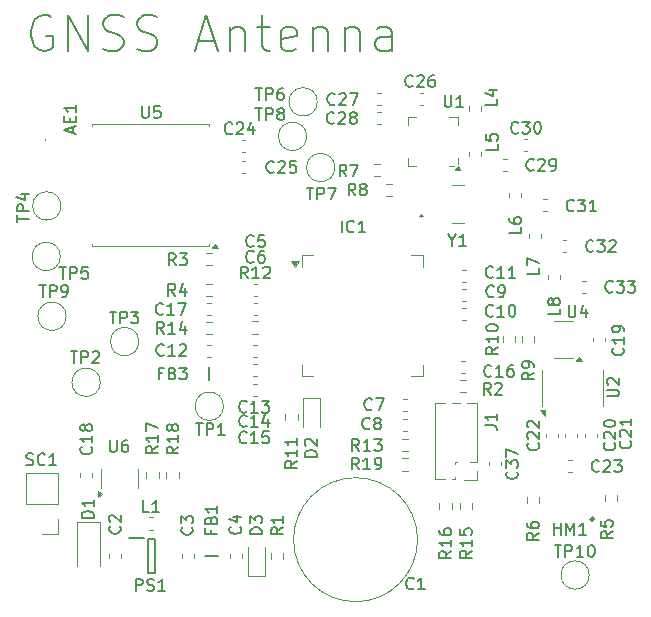
<source format=gbr>
%TF.GenerationSoftware,KiCad,Pcbnew,8.0.3*%
%TF.CreationDate,2024-12-28T15:27:49+01:00*%
%TF.ProjectId,picoballoon,7069636f-6261-46c6-9c6f-6f6e2e6b6963,rev?*%
%TF.SameCoordinates,Original*%
%TF.FileFunction,Legend,Top*%
%TF.FilePolarity,Positive*%
%FSLAX46Y46*%
G04 Gerber Fmt 4.6, Leading zero omitted, Abs format (unit mm)*
G04 Created by KiCad (PCBNEW 8.0.3) date 2024-12-28 15:27:49*
%MOMM*%
%LPD*%
G01*
G04 APERTURE LIST*
%ADD10C,0.150000*%
%ADD11C,0.120000*%
%ADD12C,0.200000*%
%ADD13C,0.100000*%
%ADD14C,0.250000*%
G04 APERTURE END LIST*
D10*
X110664398Y-79317914D02*
X110378684Y-79175057D01*
X110378684Y-79175057D02*
X109950112Y-79175057D01*
X109950112Y-79175057D02*
X109521541Y-79317914D01*
X109521541Y-79317914D02*
X109235826Y-79603628D01*
X109235826Y-79603628D02*
X109092969Y-79889342D01*
X109092969Y-79889342D02*
X108950112Y-80460771D01*
X108950112Y-80460771D02*
X108950112Y-80889342D01*
X108950112Y-80889342D02*
X109092969Y-81460771D01*
X109092969Y-81460771D02*
X109235826Y-81746485D01*
X109235826Y-81746485D02*
X109521541Y-82032200D01*
X109521541Y-82032200D02*
X109950112Y-82175057D01*
X109950112Y-82175057D02*
X110235826Y-82175057D01*
X110235826Y-82175057D02*
X110664398Y-82032200D01*
X110664398Y-82032200D02*
X110807255Y-81889342D01*
X110807255Y-81889342D02*
X110807255Y-80889342D01*
X110807255Y-80889342D02*
X110235826Y-80889342D01*
X112092969Y-82175057D02*
X112092969Y-79175057D01*
X112092969Y-79175057D02*
X113807255Y-82175057D01*
X113807255Y-82175057D02*
X113807255Y-79175057D01*
X115092969Y-82032200D02*
X115521541Y-82175057D01*
X115521541Y-82175057D02*
X116235826Y-82175057D01*
X116235826Y-82175057D02*
X116521541Y-82032200D01*
X116521541Y-82032200D02*
X116664398Y-81889342D01*
X116664398Y-81889342D02*
X116807255Y-81603628D01*
X116807255Y-81603628D02*
X116807255Y-81317914D01*
X116807255Y-81317914D02*
X116664398Y-81032200D01*
X116664398Y-81032200D02*
X116521541Y-80889342D01*
X116521541Y-80889342D02*
X116235826Y-80746485D01*
X116235826Y-80746485D02*
X115664398Y-80603628D01*
X115664398Y-80603628D02*
X115378683Y-80460771D01*
X115378683Y-80460771D02*
X115235826Y-80317914D01*
X115235826Y-80317914D02*
X115092969Y-80032200D01*
X115092969Y-80032200D02*
X115092969Y-79746485D01*
X115092969Y-79746485D02*
X115235826Y-79460771D01*
X115235826Y-79460771D02*
X115378683Y-79317914D01*
X115378683Y-79317914D02*
X115664398Y-79175057D01*
X115664398Y-79175057D02*
X116378683Y-79175057D01*
X116378683Y-79175057D02*
X116807255Y-79317914D01*
X117950112Y-82032200D02*
X118378684Y-82175057D01*
X118378684Y-82175057D02*
X119092969Y-82175057D01*
X119092969Y-82175057D02*
X119378684Y-82032200D01*
X119378684Y-82032200D02*
X119521541Y-81889342D01*
X119521541Y-81889342D02*
X119664398Y-81603628D01*
X119664398Y-81603628D02*
X119664398Y-81317914D01*
X119664398Y-81317914D02*
X119521541Y-81032200D01*
X119521541Y-81032200D02*
X119378684Y-80889342D01*
X119378684Y-80889342D02*
X119092969Y-80746485D01*
X119092969Y-80746485D02*
X118521541Y-80603628D01*
X118521541Y-80603628D02*
X118235826Y-80460771D01*
X118235826Y-80460771D02*
X118092969Y-80317914D01*
X118092969Y-80317914D02*
X117950112Y-80032200D01*
X117950112Y-80032200D02*
X117950112Y-79746485D01*
X117950112Y-79746485D02*
X118092969Y-79460771D01*
X118092969Y-79460771D02*
X118235826Y-79317914D01*
X118235826Y-79317914D02*
X118521541Y-79175057D01*
X118521541Y-79175057D02*
X119235826Y-79175057D01*
X119235826Y-79175057D02*
X119664398Y-79317914D01*
X123092969Y-81317914D02*
X124521541Y-81317914D01*
X122807255Y-82175057D02*
X123807255Y-79175057D01*
X123807255Y-79175057D02*
X124807255Y-82175057D01*
X125807255Y-80175057D02*
X125807255Y-82175057D01*
X125807255Y-80460771D02*
X125950112Y-80317914D01*
X125950112Y-80317914D02*
X126235827Y-80175057D01*
X126235827Y-80175057D02*
X126664398Y-80175057D01*
X126664398Y-80175057D02*
X126950112Y-80317914D01*
X126950112Y-80317914D02*
X127092970Y-80603628D01*
X127092970Y-80603628D02*
X127092970Y-82175057D01*
X128092970Y-80175057D02*
X129235827Y-80175057D01*
X128521541Y-79175057D02*
X128521541Y-81746485D01*
X128521541Y-81746485D02*
X128664398Y-82032200D01*
X128664398Y-82032200D02*
X128950113Y-82175057D01*
X128950113Y-82175057D02*
X129235827Y-82175057D01*
X131378684Y-82032200D02*
X131092970Y-82175057D01*
X131092970Y-82175057D02*
X130521542Y-82175057D01*
X130521542Y-82175057D02*
X130235827Y-82032200D01*
X130235827Y-82032200D02*
X130092970Y-81746485D01*
X130092970Y-81746485D02*
X130092970Y-80603628D01*
X130092970Y-80603628D02*
X130235827Y-80317914D01*
X130235827Y-80317914D02*
X130521542Y-80175057D01*
X130521542Y-80175057D02*
X131092970Y-80175057D01*
X131092970Y-80175057D02*
X131378684Y-80317914D01*
X131378684Y-80317914D02*
X131521542Y-80603628D01*
X131521542Y-80603628D02*
X131521542Y-80889342D01*
X131521542Y-80889342D02*
X130092970Y-81175057D01*
X132807256Y-80175057D02*
X132807256Y-82175057D01*
X132807256Y-80460771D02*
X132950113Y-80317914D01*
X132950113Y-80317914D02*
X133235828Y-80175057D01*
X133235828Y-80175057D02*
X133664399Y-80175057D01*
X133664399Y-80175057D02*
X133950113Y-80317914D01*
X133950113Y-80317914D02*
X134092971Y-80603628D01*
X134092971Y-80603628D02*
X134092971Y-82175057D01*
X135521542Y-80175057D02*
X135521542Y-82175057D01*
X135521542Y-80460771D02*
X135664399Y-80317914D01*
X135664399Y-80317914D02*
X135950114Y-80175057D01*
X135950114Y-80175057D02*
X136378685Y-80175057D01*
X136378685Y-80175057D02*
X136664399Y-80317914D01*
X136664399Y-80317914D02*
X136807257Y-80603628D01*
X136807257Y-80603628D02*
X136807257Y-82175057D01*
X139521543Y-82175057D02*
X139521543Y-80603628D01*
X139521543Y-80603628D02*
X139378685Y-80317914D01*
X139378685Y-80317914D02*
X139092971Y-80175057D01*
X139092971Y-80175057D02*
X138521543Y-80175057D01*
X138521543Y-80175057D02*
X138235828Y-80317914D01*
X139521543Y-82032200D02*
X139235828Y-82175057D01*
X139235828Y-82175057D02*
X138521543Y-82175057D01*
X138521543Y-82175057D02*
X138235828Y-82032200D01*
X138235828Y-82032200D02*
X138092971Y-81746485D01*
X138092971Y-81746485D02*
X138092971Y-81460771D01*
X138092971Y-81460771D02*
X138235828Y-81175057D01*
X138235828Y-81175057D02*
X138521543Y-81032200D01*
X138521543Y-81032200D02*
X139235828Y-81032200D01*
X139235828Y-81032200D02*
X139521543Y-80889342D01*
X151944819Y-122996666D02*
X151468628Y-123329999D01*
X151944819Y-123568094D02*
X150944819Y-123568094D01*
X150944819Y-123568094D02*
X150944819Y-123187142D01*
X150944819Y-123187142D02*
X150992438Y-123091904D01*
X150992438Y-123091904D02*
X151040057Y-123044285D01*
X151040057Y-123044285D02*
X151135295Y-122996666D01*
X151135295Y-122996666D02*
X151278152Y-122996666D01*
X151278152Y-122996666D02*
X151373390Y-123044285D01*
X151373390Y-123044285D02*
X151421009Y-123091904D01*
X151421009Y-123091904D02*
X151468628Y-123187142D01*
X151468628Y-123187142D02*
X151468628Y-123568094D01*
X150944819Y-122139523D02*
X150944819Y-122329999D01*
X150944819Y-122329999D02*
X150992438Y-122425237D01*
X150992438Y-122425237D02*
X151040057Y-122472856D01*
X151040057Y-122472856D02*
X151182914Y-122568094D01*
X151182914Y-122568094D02*
X151373390Y-122615713D01*
X151373390Y-122615713D02*
X151754342Y-122615713D01*
X151754342Y-122615713D02*
X151849580Y-122568094D01*
X151849580Y-122568094D02*
X151897200Y-122520475D01*
X151897200Y-122520475D02*
X151944819Y-122425237D01*
X151944819Y-122425237D02*
X151944819Y-122234761D01*
X151944819Y-122234761D02*
X151897200Y-122139523D01*
X151897200Y-122139523D02*
X151849580Y-122091904D01*
X151849580Y-122091904D02*
X151754342Y-122044285D01*
X151754342Y-122044285D02*
X151516247Y-122044285D01*
X151516247Y-122044285D02*
X151421009Y-122091904D01*
X151421009Y-122091904D02*
X151373390Y-122139523D01*
X151373390Y-122139523D02*
X151325771Y-122234761D01*
X151325771Y-122234761D02*
X151325771Y-122425237D01*
X151325771Y-122425237D02*
X151373390Y-122520475D01*
X151373390Y-122520475D02*
X151421009Y-122568094D01*
X151421009Y-122568094D02*
X151516247Y-122615713D01*
X108568095Y-117217200D02*
X108710952Y-117264819D01*
X108710952Y-117264819D02*
X108949047Y-117264819D01*
X108949047Y-117264819D02*
X109044285Y-117217200D01*
X109044285Y-117217200D02*
X109091904Y-117169580D01*
X109091904Y-117169580D02*
X109139523Y-117074342D01*
X109139523Y-117074342D02*
X109139523Y-116979104D01*
X109139523Y-116979104D02*
X109091904Y-116883866D01*
X109091904Y-116883866D02*
X109044285Y-116836247D01*
X109044285Y-116836247D02*
X108949047Y-116788628D01*
X108949047Y-116788628D02*
X108758571Y-116741009D01*
X108758571Y-116741009D02*
X108663333Y-116693390D01*
X108663333Y-116693390D02*
X108615714Y-116645771D01*
X108615714Y-116645771D02*
X108568095Y-116550533D01*
X108568095Y-116550533D02*
X108568095Y-116455295D01*
X108568095Y-116455295D02*
X108615714Y-116360057D01*
X108615714Y-116360057D02*
X108663333Y-116312438D01*
X108663333Y-116312438D02*
X108758571Y-116264819D01*
X108758571Y-116264819D02*
X108996666Y-116264819D01*
X108996666Y-116264819D02*
X109139523Y-116312438D01*
X110139523Y-117169580D02*
X110091904Y-117217200D01*
X110091904Y-117217200D02*
X109949047Y-117264819D01*
X109949047Y-117264819D02*
X109853809Y-117264819D01*
X109853809Y-117264819D02*
X109710952Y-117217200D01*
X109710952Y-117217200D02*
X109615714Y-117121961D01*
X109615714Y-117121961D02*
X109568095Y-117026723D01*
X109568095Y-117026723D02*
X109520476Y-116836247D01*
X109520476Y-116836247D02*
X109520476Y-116693390D01*
X109520476Y-116693390D02*
X109568095Y-116502914D01*
X109568095Y-116502914D02*
X109615714Y-116407676D01*
X109615714Y-116407676D02*
X109710952Y-116312438D01*
X109710952Y-116312438D02*
X109853809Y-116264819D01*
X109853809Y-116264819D02*
X109949047Y-116264819D01*
X109949047Y-116264819D02*
X110091904Y-116312438D01*
X110091904Y-116312438D02*
X110139523Y-116360057D01*
X111091904Y-117264819D02*
X110520476Y-117264819D01*
X110806190Y-117264819D02*
X110806190Y-116264819D01*
X110806190Y-116264819D02*
X110710952Y-116407676D01*
X110710952Y-116407676D02*
X110615714Y-116502914D01*
X110615714Y-116502914D02*
X110520476Y-116550533D01*
X144613809Y-98218628D02*
X144613809Y-98694819D01*
X144280476Y-97694819D02*
X144613809Y-98218628D01*
X144613809Y-98218628D02*
X144947142Y-97694819D01*
X145804285Y-98694819D02*
X145232857Y-98694819D01*
X145518571Y-98694819D02*
X145518571Y-97694819D01*
X145518571Y-97694819D02*
X145423333Y-97837676D01*
X145423333Y-97837676D02*
X145328095Y-97932914D01*
X145328095Y-97932914D02*
X145232857Y-97980533D01*
X151527142Y-92229580D02*
X151479523Y-92277200D01*
X151479523Y-92277200D02*
X151336666Y-92324819D01*
X151336666Y-92324819D02*
X151241428Y-92324819D01*
X151241428Y-92324819D02*
X151098571Y-92277200D01*
X151098571Y-92277200D02*
X151003333Y-92181961D01*
X151003333Y-92181961D02*
X150955714Y-92086723D01*
X150955714Y-92086723D02*
X150908095Y-91896247D01*
X150908095Y-91896247D02*
X150908095Y-91753390D01*
X150908095Y-91753390D02*
X150955714Y-91562914D01*
X150955714Y-91562914D02*
X151003333Y-91467676D01*
X151003333Y-91467676D02*
X151098571Y-91372438D01*
X151098571Y-91372438D02*
X151241428Y-91324819D01*
X151241428Y-91324819D02*
X151336666Y-91324819D01*
X151336666Y-91324819D02*
X151479523Y-91372438D01*
X151479523Y-91372438D02*
X151527142Y-91420057D01*
X151908095Y-91420057D02*
X151955714Y-91372438D01*
X151955714Y-91372438D02*
X152050952Y-91324819D01*
X152050952Y-91324819D02*
X152289047Y-91324819D01*
X152289047Y-91324819D02*
X152384285Y-91372438D01*
X152384285Y-91372438D02*
X152431904Y-91420057D01*
X152431904Y-91420057D02*
X152479523Y-91515295D01*
X152479523Y-91515295D02*
X152479523Y-91610533D01*
X152479523Y-91610533D02*
X152431904Y-91753390D01*
X152431904Y-91753390D02*
X151860476Y-92324819D01*
X151860476Y-92324819D02*
X152479523Y-92324819D01*
X152955714Y-92324819D02*
X153146190Y-92324819D01*
X153146190Y-92324819D02*
X153241428Y-92277200D01*
X153241428Y-92277200D02*
X153289047Y-92229580D01*
X153289047Y-92229580D02*
X153384285Y-92086723D01*
X153384285Y-92086723D02*
X153431904Y-91896247D01*
X153431904Y-91896247D02*
X153431904Y-91515295D01*
X153431904Y-91515295D02*
X153384285Y-91420057D01*
X153384285Y-91420057D02*
X153336666Y-91372438D01*
X153336666Y-91372438D02*
X153241428Y-91324819D01*
X153241428Y-91324819D02*
X153050952Y-91324819D01*
X153050952Y-91324819D02*
X152955714Y-91372438D01*
X152955714Y-91372438D02*
X152908095Y-91420057D01*
X152908095Y-91420057D02*
X152860476Y-91515295D01*
X152860476Y-91515295D02*
X152860476Y-91753390D01*
X152860476Y-91753390D02*
X152908095Y-91848628D01*
X152908095Y-91848628D02*
X152955714Y-91896247D01*
X152955714Y-91896247D02*
X153050952Y-91943866D01*
X153050952Y-91943866D02*
X153241428Y-91943866D01*
X153241428Y-91943866D02*
X153336666Y-91896247D01*
X153336666Y-91896247D02*
X153384285Y-91848628D01*
X153384285Y-91848628D02*
X153431904Y-91753390D01*
X146274819Y-124512857D02*
X145798628Y-124846190D01*
X146274819Y-125084285D02*
X145274819Y-125084285D01*
X145274819Y-125084285D02*
X145274819Y-124703333D01*
X145274819Y-124703333D02*
X145322438Y-124608095D01*
X145322438Y-124608095D02*
X145370057Y-124560476D01*
X145370057Y-124560476D02*
X145465295Y-124512857D01*
X145465295Y-124512857D02*
X145608152Y-124512857D01*
X145608152Y-124512857D02*
X145703390Y-124560476D01*
X145703390Y-124560476D02*
X145751009Y-124608095D01*
X145751009Y-124608095D02*
X145798628Y-124703333D01*
X145798628Y-124703333D02*
X145798628Y-125084285D01*
X146274819Y-123560476D02*
X146274819Y-124131904D01*
X146274819Y-123846190D02*
X145274819Y-123846190D01*
X145274819Y-123846190D02*
X145417676Y-123941428D01*
X145417676Y-123941428D02*
X145512914Y-124036666D01*
X145512914Y-124036666D02*
X145560533Y-124131904D01*
X145274819Y-122655714D02*
X145274819Y-123131904D01*
X145274819Y-123131904D02*
X145751009Y-123179523D01*
X145751009Y-123179523D02*
X145703390Y-123131904D01*
X145703390Y-123131904D02*
X145655771Y-123036666D01*
X145655771Y-123036666D02*
X145655771Y-122798571D01*
X145655771Y-122798571D02*
X145703390Y-122703333D01*
X145703390Y-122703333D02*
X145751009Y-122655714D01*
X145751009Y-122655714D02*
X145846247Y-122608095D01*
X145846247Y-122608095D02*
X146084342Y-122608095D01*
X146084342Y-122608095D02*
X146179580Y-122655714D01*
X146179580Y-122655714D02*
X146227200Y-122703333D01*
X146227200Y-122703333D02*
X146274819Y-122798571D01*
X146274819Y-122798571D02*
X146274819Y-123036666D01*
X146274819Y-123036666D02*
X146227200Y-123131904D01*
X146227200Y-123131904D02*
X146179580Y-123179523D01*
X150099580Y-117812857D02*
X150147200Y-117860476D01*
X150147200Y-117860476D02*
X150194819Y-118003333D01*
X150194819Y-118003333D02*
X150194819Y-118098571D01*
X150194819Y-118098571D02*
X150147200Y-118241428D01*
X150147200Y-118241428D02*
X150051961Y-118336666D01*
X150051961Y-118336666D02*
X149956723Y-118384285D01*
X149956723Y-118384285D02*
X149766247Y-118431904D01*
X149766247Y-118431904D02*
X149623390Y-118431904D01*
X149623390Y-118431904D02*
X149432914Y-118384285D01*
X149432914Y-118384285D02*
X149337676Y-118336666D01*
X149337676Y-118336666D02*
X149242438Y-118241428D01*
X149242438Y-118241428D02*
X149194819Y-118098571D01*
X149194819Y-118098571D02*
X149194819Y-118003333D01*
X149194819Y-118003333D02*
X149242438Y-117860476D01*
X149242438Y-117860476D02*
X149290057Y-117812857D01*
X149194819Y-117479523D02*
X149194819Y-116860476D01*
X149194819Y-116860476D02*
X149575771Y-117193809D01*
X149575771Y-117193809D02*
X149575771Y-117050952D01*
X149575771Y-117050952D02*
X149623390Y-116955714D01*
X149623390Y-116955714D02*
X149671009Y-116908095D01*
X149671009Y-116908095D02*
X149766247Y-116860476D01*
X149766247Y-116860476D02*
X150004342Y-116860476D01*
X150004342Y-116860476D02*
X150099580Y-116908095D01*
X150099580Y-116908095D02*
X150147200Y-116955714D01*
X150147200Y-116955714D02*
X150194819Y-117050952D01*
X150194819Y-117050952D02*
X150194819Y-117336666D01*
X150194819Y-117336666D02*
X150147200Y-117431904D01*
X150147200Y-117431904D02*
X150099580Y-117479523D01*
X149194819Y-116527142D02*
X149194819Y-115860476D01*
X149194819Y-115860476D02*
X150194819Y-116289047D01*
X150217142Y-89089580D02*
X150169523Y-89137200D01*
X150169523Y-89137200D02*
X150026666Y-89184819D01*
X150026666Y-89184819D02*
X149931428Y-89184819D01*
X149931428Y-89184819D02*
X149788571Y-89137200D01*
X149788571Y-89137200D02*
X149693333Y-89041961D01*
X149693333Y-89041961D02*
X149645714Y-88946723D01*
X149645714Y-88946723D02*
X149598095Y-88756247D01*
X149598095Y-88756247D02*
X149598095Y-88613390D01*
X149598095Y-88613390D02*
X149645714Y-88422914D01*
X149645714Y-88422914D02*
X149693333Y-88327676D01*
X149693333Y-88327676D02*
X149788571Y-88232438D01*
X149788571Y-88232438D02*
X149931428Y-88184819D01*
X149931428Y-88184819D02*
X150026666Y-88184819D01*
X150026666Y-88184819D02*
X150169523Y-88232438D01*
X150169523Y-88232438D02*
X150217142Y-88280057D01*
X150550476Y-88184819D02*
X151169523Y-88184819D01*
X151169523Y-88184819D02*
X150836190Y-88565771D01*
X150836190Y-88565771D02*
X150979047Y-88565771D01*
X150979047Y-88565771D02*
X151074285Y-88613390D01*
X151074285Y-88613390D02*
X151121904Y-88661009D01*
X151121904Y-88661009D02*
X151169523Y-88756247D01*
X151169523Y-88756247D02*
X151169523Y-88994342D01*
X151169523Y-88994342D02*
X151121904Y-89089580D01*
X151121904Y-89089580D02*
X151074285Y-89137200D01*
X151074285Y-89137200D02*
X150979047Y-89184819D01*
X150979047Y-89184819D02*
X150693333Y-89184819D01*
X150693333Y-89184819D02*
X150598095Y-89137200D01*
X150598095Y-89137200D02*
X150550476Y-89089580D01*
X151788571Y-88184819D02*
X151883809Y-88184819D01*
X151883809Y-88184819D02*
X151979047Y-88232438D01*
X151979047Y-88232438D02*
X152026666Y-88280057D01*
X152026666Y-88280057D02*
X152074285Y-88375295D01*
X152074285Y-88375295D02*
X152121904Y-88565771D01*
X152121904Y-88565771D02*
X152121904Y-88803866D01*
X152121904Y-88803866D02*
X152074285Y-88994342D01*
X152074285Y-88994342D02*
X152026666Y-89089580D01*
X152026666Y-89089580D02*
X151979047Y-89137200D01*
X151979047Y-89137200D02*
X151883809Y-89184819D01*
X151883809Y-89184819D02*
X151788571Y-89184819D01*
X151788571Y-89184819D02*
X151693333Y-89137200D01*
X151693333Y-89137200D02*
X151645714Y-89089580D01*
X151645714Y-89089580D02*
X151598095Y-88994342D01*
X151598095Y-88994342D02*
X151550476Y-88803866D01*
X151550476Y-88803866D02*
X151550476Y-88565771D01*
X151550476Y-88565771D02*
X151598095Y-88375295D01*
X151598095Y-88375295D02*
X151645714Y-88280057D01*
X151645714Y-88280057D02*
X151693333Y-88232438D01*
X151693333Y-88232438D02*
X151788571Y-88184819D01*
X154488095Y-103734819D02*
X154488095Y-104544342D01*
X154488095Y-104544342D02*
X154535714Y-104639580D01*
X154535714Y-104639580D02*
X154583333Y-104687200D01*
X154583333Y-104687200D02*
X154678571Y-104734819D01*
X154678571Y-104734819D02*
X154869047Y-104734819D01*
X154869047Y-104734819D02*
X154964285Y-104687200D01*
X154964285Y-104687200D02*
X155011904Y-104639580D01*
X155011904Y-104639580D02*
X155059523Y-104544342D01*
X155059523Y-104544342D02*
X155059523Y-103734819D01*
X155964285Y-104068152D02*
X155964285Y-104734819D01*
X155726190Y-103687200D02*
X155488095Y-104401485D01*
X155488095Y-104401485D02*
X156107142Y-104401485D01*
X137813333Y-112519580D02*
X137765714Y-112567200D01*
X137765714Y-112567200D02*
X137622857Y-112614819D01*
X137622857Y-112614819D02*
X137527619Y-112614819D01*
X137527619Y-112614819D02*
X137384762Y-112567200D01*
X137384762Y-112567200D02*
X137289524Y-112471961D01*
X137289524Y-112471961D02*
X137241905Y-112376723D01*
X137241905Y-112376723D02*
X137194286Y-112186247D01*
X137194286Y-112186247D02*
X137194286Y-112043390D01*
X137194286Y-112043390D02*
X137241905Y-111852914D01*
X137241905Y-111852914D02*
X137289524Y-111757676D01*
X137289524Y-111757676D02*
X137384762Y-111662438D01*
X137384762Y-111662438D02*
X137527619Y-111614819D01*
X137527619Y-111614819D02*
X137622857Y-111614819D01*
X137622857Y-111614819D02*
X137765714Y-111662438D01*
X137765714Y-111662438D02*
X137813333Y-111710057D01*
X138146667Y-111614819D02*
X138813333Y-111614819D01*
X138813333Y-111614819D02*
X138384762Y-112614819D01*
X117835714Y-127894819D02*
X117835714Y-126894819D01*
X117835714Y-126894819D02*
X118216666Y-126894819D01*
X118216666Y-126894819D02*
X118311904Y-126942438D01*
X118311904Y-126942438D02*
X118359523Y-126990057D01*
X118359523Y-126990057D02*
X118407142Y-127085295D01*
X118407142Y-127085295D02*
X118407142Y-127228152D01*
X118407142Y-127228152D02*
X118359523Y-127323390D01*
X118359523Y-127323390D02*
X118311904Y-127371009D01*
X118311904Y-127371009D02*
X118216666Y-127418628D01*
X118216666Y-127418628D02*
X117835714Y-127418628D01*
X118788095Y-127847200D02*
X118930952Y-127894819D01*
X118930952Y-127894819D02*
X119169047Y-127894819D01*
X119169047Y-127894819D02*
X119264285Y-127847200D01*
X119264285Y-127847200D02*
X119311904Y-127799580D01*
X119311904Y-127799580D02*
X119359523Y-127704342D01*
X119359523Y-127704342D02*
X119359523Y-127609104D01*
X119359523Y-127609104D02*
X119311904Y-127513866D01*
X119311904Y-127513866D02*
X119264285Y-127466247D01*
X119264285Y-127466247D02*
X119169047Y-127418628D01*
X119169047Y-127418628D02*
X118978571Y-127371009D01*
X118978571Y-127371009D02*
X118883333Y-127323390D01*
X118883333Y-127323390D02*
X118835714Y-127275771D01*
X118835714Y-127275771D02*
X118788095Y-127180533D01*
X118788095Y-127180533D02*
X118788095Y-127085295D01*
X118788095Y-127085295D02*
X118835714Y-126990057D01*
X118835714Y-126990057D02*
X118883333Y-126942438D01*
X118883333Y-126942438D02*
X118978571Y-126894819D01*
X118978571Y-126894819D02*
X119216666Y-126894819D01*
X119216666Y-126894819D02*
X119359523Y-126942438D01*
X120311904Y-127894819D02*
X119740476Y-127894819D01*
X120026190Y-127894819D02*
X120026190Y-126894819D01*
X120026190Y-126894819D02*
X119930952Y-127037676D01*
X119930952Y-127037676D02*
X119835714Y-127132914D01*
X119835714Y-127132914D02*
X119740476Y-127180533D01*
X159699580Y-115222857D02*
X159747200Y-115270476D01*
X159747200Y-115270476D02*
X159794819Y-115413333D01*
X159794819Y-115413333D02*
X159794819Y-115508571D01*
X159794819Y-115508571D02*
X159747200Y-115651428D01*
X159747200Y-115651428D02*
X159651961Y-115746666D01*
X159651961Y-115746666D02*
X159556723Y-115794285D01*
X159556723Y-115794285D02*
X159366247Y-115841904D01*
X159366247Y-115841904D02*
X159223390Y-115841904D01*
X159223390Y-115841904D02*
X159032914Y-115794285D01*
X159032914Y-115794285D02*
X158937676Y-115746666D01*
X158937676Y-115746666D02*
X158842438Y-115651428D01*
X158842438Y-115651428D02*
X158794819Y-115508571D01*
X158794819Y-115508571D02*
X158794819Y-115413333D01*
X158794819Y-115413333D02*
X158842438Y-115270476D01*
X158842438Y-115270476D02*
X158890057Y-115222857D01*
X158890057Y-114841904D02*
X158842438Y-114794285D01*
X158842438Y-114794285D02*
X158794819Y-114699047D01*
X158794819Y-114699047D02*
X158794819Y-114460952D01*
X158794819Y-114460952D02*
X158842438Y-114365714D01*
X158842438Y-114365714D02*
X158890057Y-114318095D01*
X158890057Y-114318095D02*
X158985295Y-114270476D01*
X158985295Y-114270476D02*
X159080533Y-114270476D01*
X159080533Y-114270476D02*
X159223390Y-114318095D01*
X159223390Y-114318095D02*
X159794819Y-114889523D01*
X159794819Y-114889523D02*
X159794819Y-114270476D01*
X159794819Y-113318095D02*
X159794819Y-113889523D01*
X159794819Y-113603809D02*
X158794819Y-113603809D01*
X158794819Y-113603809D02*
X158937676Y-113699047D01*
X158937676Y-113699047D02*
X159032914Y-113794285D01*
X159032914Y-113794285D02*
X159080533Y-113889523D01*
X159079580Y-107352857D02*
X159127200Y-107400476D01*
X159127200Y-107400476D02*
X159174819Y-107543333D01*
X159174819Y-107543333D02*
X159174819Y-107638571D01*
X159174819Y-107638571D02*
X159127200Y-107781428D01*
X159127200Y-107781428D02*
X159031961Y-107876666D01*
X159031961Y-107876666D02*
X158936723Y-107924285D01*
X158936723Y-107924285D02*
X158746247Y-107971904D01*
X158746247Y-107971904D02*
X158603390Y-107971904D01*
X158603390Y-107971904D02*
X158412914Y-107924285D01*
X158412914Y-107924285D02*
X158317676Y-107876666D01*
X158317676Y-107876666D02*
X158222438Y-107781428D01*
X158222438Y-107781428D02*
X158174819Y-107638571D01*
X158174819Y-107638571D02*
X158174819Y-107543333D01*
X158174819Y-107543333D02*
X158222438Y-107400476D01*
X158222438Y-107400476D02*
X158270057Y-107352857D01*
X159174819Y-106400476D02*
X159174819Y-106971904D01*
X159174819Y-106686190D02*
X158174819Y-106686190D01*
X158174819Y-106686190D02*
X158317676Y-106781428D01*
X158317676Y-106781428D02*
X158412914Y-106876666D01*
X158412914Y-106876666D02*
X158460533Y-106971904D01*
X159174819Y-105924285D02*
X159174819Y-105733809D01*
X159174819Y-105733809D02*
X159127200Y-105638571D01*
X159127200Y-105638571D02*
X159079580Y-105590952D01*
X159079580Y-105590952D02*
X158936723Y-105495714D01*
X158936723Y-105495714D02*
X158746247Y-105448095D01*
X158746247Y-105448095D02*
X158365295Y-105448095D01*
X158365295Y-105448095D02*
X158270057Y-105495714D01*
X158270057Y-105495714D02*
X158222438Y-105543333D01*
X158222438Y-105543333D02*
X158174819Y-105638571D01*
X158174819Y-105638571D02*
X158174819Y-105829047D01*
X158174819Y-105829047D02*
X158222438Y-105924285D01*
X158222438Y-105924285D02*
X158270057Y-105971904D01*
X158270057Y-105971904D02*
X158365295Y-106019523D01*
X158365295Y-106019523D02*
X158603390Y-106019523D01*
X158603390Y-106019523D02*
X158698628Y-105971904D01*
X158698628Y-105971904D02*
X158746247Y-105924285D01*
X158746247Y-105924285D02*
X158793866Y-105829047D01*
X158793866Y-105829047D02*
X158793866Y-105638571D01*
X158793866Y-105638571D02*
X158746247Y-105543333D01*
X158746247Y-105543333D02*
X158698628Y-105495714D01*
X158698628Y-105495714D02*
X158603390Y-105448095D01*
X120217142Y-106114819D02*
X119883809Y-105638628D01*
X119645714Y-106114819D02*
X119645714Y-105114819D01*
X119645714Y-105114819D02*
X120026666Y-105114819D01*
X120026666Y-105114819D02*
X120121904Y-105162438D01*
X120121904Y-105162438D02*
X120169523Y-105210057D01*
X120169523Y-105210057D02*
X120217142Y-105305295D01*
X120217142Y-105305295D02*
X120217142Y-105448152D01*
X120217142Y-105448152D02*
X120169523Y-105543390D01*
X120169523Y-105543390D02*
X120121904Y-105591009D01*
X120121904Y-105591009D02*
X120026666Y-105638628D01*
X120026666Y-105638628D02*
X119645714Y-105638628D01*
X121169523Y-106114819D02*
X120598095Y-106114819D01*
X120883809Y-106114819D02*
X120883809Y-105114819D01*
X120883809Y-105114819D02*
X120788571Y-105257676D01*
X120788571Y-105257676D02*
X120693333Y-105352914D01*
X120693333Y-105352914D02*
X120598095Y-105400533D01*
X122026666Y-105448152D02*
X122026666Y-106114819D01*
X121788571Y-105067200D02*
X121550476Y-105781485D01*
X121550476Y-105781485D02*
X122169523Y-105781485D01*
X122918095Y-113714819D02*
X123489523Y-113714819D01*
X123203809Y-114714819D02*
X123203809Y-113714819D01*
X123822857Y-114714819D02*
X123822857Y-113714819D01*
X123822857Y-113714819D02*
X124203809Y-113714819D01*
X124203809Y-113714819D02*
X124299047Y-113762438D01*
X124299047Y-113762438D02*
X124346666Y-113810057D01*
X124346666Y-113810057D02*
X124394285Y-113905295D01*
X124394285Y-113905295D02*
X124394285Y-114048152D01*
X124394285Y-114048152D02*
X124346666Y-114143390D01*
X124346666Y-114143390D02*
X124299047Y-114191009D01*
X124299047Y-114191009D02*
X124203809Y-114238628D01*
X124203809Y-114238628D02*
X123822857Y-114238628D01*
X125346666Y-114714819D02*
X124775238Y-114714819D01*
X125060952Y-114714819D02*
X125060952Y-113714819D01*
X125060952Y-113714819D02*
X124965714Y-113857676D01*
X124965714Y-113857676D02*
X124870476Y-113952914D01*
X124870476Y-113952914D02*
X124775238Y-114000533D01*
X134617142Y-88279580D02*
X134569523Y-88327200D01*
X134569523Y-88327200D02*
X134426666Y-88374819D01*
X134426666Y-88374819D02*
X134331428Y-88374819D01*
X134331428Y-88374819D02*
X134188571Y-88327200D01*
X134188571Y-88327200D02*
X134093333Y-88231961D01*
X134093333Y-88231961D02*
X134045714Y-88136723D01*
X134045714Y-88136723D02*
X133998095Y-87946247D01*
X133998095Y-87946247D02*
X133998095Y-87803390D01*
X133998095Y-87803390D02*
X134045714Y-87612914D01*
X134045714Y-87612914D02*
X134093333Y-87517676D01*
X134093333Y-87517676D02*
X134188571Y-87422438D01*
X134188571Y-87422438D02*
X134331428Y-87374819D01*
X134331428Y-87374819D02*
X134426666Y-87374819D01*
X134426666Y-87374819D02*
X134569523Y-87422438D01*
X134569523Y-87422438D02*
X134617142Y-87470057D01*
X134998095Y-87470057D02*
X135045714Y-87422438D01*
X135045714Y-87422438D02*
X135140952Y-87374819D01*
X135140952Y-87374819D02*
X135379047Y-87374819D01*
X135379047Y-87374819D02*
X135474285Y-87422438D01*
X135474285Y-87422438D02*
X135521904Y-87470057D01*
X135521904Y-87470057D02*
X135569523Y-87565295D01*
X135569523Y-87565295D02*
X135569523Y-87660533D01*
X135569523Y-87660533D02*
X135521904Y-87803390D01*
X135521904Y-87803390D02*
X134950476Y-88374819D01*
X134950476Y-88374819D02*
X135569523Y-88374819D01*
X136140952Y-87803390D02*
X136045714Y-87755771D01*
X136045714Y-87755771D02*
X135998095Y-87708152D01*
X135998095Y-87708152D02*
X135950476Y-87612914D01*
X135950476Y-87612914D02*
X135950476Y-87565295D01*
X135950476Y-87565295D02*
X135998095Y-87470057D01*
X135998095Y-87470057D02*
X136045714Y-87422438D01*
X136045714Y-87422438D02*
X136140952Y-87374819D01*
X136140952Y-87374819D02*
X136331428Y-87374819D01*
X136331428Y-87374819D02*
X136426666Y-87422438D01*
X136426666Y-87422438D02*
X136474285Y-87470057D01*
X136474285Y-87470057D02*
X136521904Y-87565295D01*
X136521904Y-87565295D02*
X136521904Y-87612914D01*
X136521904Y-87612914D02*
X136474285Y-87708152D01*
X136474285Y-87708152D02*
X136426666Y-87755771D01*
X136426666Y-87755771D02*
X136331428Y-87803390D01*
X136331428Y-87803390D02*
X136140952Y-87803390D01*
X136140952Y-87803390D02*
X136045714Y-87851009D01*
X136045714Y-87851009D02*
X135998095Y-87898628D01*
X135998095Y-87898628D02*
X135950476Y-87993866D01*
X135950476Y-87993866D02*
X135950476Y-88184342D01*
X135950476Y-88184342D02*
X135998095Y-88279580D01*
X135998095Y-88279580D02*
X136045714Y-88327200D01*
X136045714Y-88327200D02*
X136140952Y-88374819D01*
X136140952Y-88374819D02*
X136331428Y-88374819D01*
X136331428Y-88374819D02*
X136426666Y-88327200D01*
X136426666Y-88327200D02*
X136474285Y-88279580D01*
X136474285Y-88279580D02*
X136521904Y-88184342D01*
X136521904Y-88184342D02*
X136521904Y-87993866D01*
X136521904Y-87993866D02*
X136474285Y-87898628D01*
X136474285Y-87898628D02*
X136426666Y-87851009D01*
X136426666Y-87851009D02*
X136331428Y-87803390D01*
X154927142Y-95679580D02*
X154879523Y-95727200D01*
X154879523Y-95727200D02*
X154736666Y-95774819D01*
X154736666Y-95774819D02*
X154641428Y-95774819D01*
X154641428Y-95774819D02*
X154498571Y-95727200D01*
X154498571Y-95727200D02*
X154403333Y-95631961D01*
X154403333Y-95631961D02*
X154355714Y-95536723D01*
X154355714Y-95536723D02*
X154308095Y-95346247D01*
X154308095Y-95346247D02*
X154308095Y-95203390D01*
X154308095Y-95203390D02*
X154355714Y-95012914D01*
X154355714Y-95012914D02*
X154403333Y-94917676D01*
X154403333Y-94917676D02*
X154498571Y-94822438D01*
X154498571Y-94822438D02*
X154641428Y-94774819D01*
X154641428Y-94774819D02*
X154736666Y-94774819D01*
X154736666Y-94774819D02*
X154879523Y-94822438D01*
X154879523Y-94822438D02*
X154927142Y-94870057D01*
X155260476Y-94774819D02*
X155879523Y-94774819D01*
X155879523Y-94774819D02*
X155546190Y-95155771D01*
X155546190Y-95155771D02*
X155689047Y-95155771D01*
X155689047Y-95155771D02*
X155784285Y-95203390D01*
X155784285Y-95203390D02*
X155831904Y-95251009D01*
X155831904Y-95251009D02*
X155879523Y-95346247D01*
X155879523Y-95346247D02*
X155879523Y-95584342D01*
X155879523Y-95584342D02*
X155831904Y-95679580D01*
X155831904Y-95679580D02*
X155784285Y-95727200D01*
X155784285Y-95727200D02*
X155689047Y-95774819D01*
X155689047Y-95774819D02*
X155403333Y-95774819D01*
X155403333Y-95774819D02*
X155308095Y-95727200D01*
X155308095Y-95727200D02*
X155260476Y-95679580D01*
X156831904Y-95774819D02*
X156260476Y-95774819D01*
X156546190Y-95774819D02*
X156546190Y-94774819D01*
X156546190Y-94774819D02*
X156450952Y-94917676D01*
X156450952Y-94917676D02*
X156355714Y-95012914D01*
X156355714Y-95012914D02*
X156260476Y-95060533D01*
X158349580Y-115362857D02*
X158397200Y-115410476D01*
X158397200Y-115410476D02*
X158444819Y-115553333D01*
X158444819Y-115553333D02*
X158444819Y-115648571D01*
X158444819Y-115648571D02*
X158397200Y-115791428D01*
X158397200Y-115791428D02*
X158301961Y-115886666D01*
X158301961Y-115886666D02*
X158206723Y-115934285D01*
X158206723Y-115934285D02*
X158016247Y-115981904D01*
X158016247Y-115981904D02*
X157873390Y-115981904D01*
X157873390Y-115981904D02*
X157682914Y-115934285D01*
X157682914Y-115934285D02*
X157587676Y-115886666D01*
X157587676Y-115886666D02*
X157492438Y-115791428D01*
X157492438Y-115791428D02*
X157444819Y-115648571D01*
X157444819Y-115648571D02*
X157444819Y-115553333D01*
X157444819Y-115553333D02*
X157492438Y-115410476D01*
X157492438Y-115410476D02*
X157540057Y-115362857D01*
X157540057Y-114981904D02*
X157492438Y-114934285D01*
X157492438Y-114934285D02*
X157444819Y-114839047D01*
X157444819Y-114839047D02*
X157444819Y-114600952D01*
X157444819Y-114600952D02*
X157492438Y-114505714D01*
X157492438Y-114505714D02*
X157540057Y-114458095D01*
X157540057Y-114458095D02*
X157635295Y-114410476D01*
X157635295Y-114410476D02*
X157730533Y-114410476D01*
X157730533Y-114410476D02*
X157873390Y-114458095D01*
X157873390Y-114458095D02*
X158444819Y-115029523D01*
X158444819Y-115029523D02*
X158444819Y-114410476D01*
X157444819Y-113791428D02*
X157444819Y-113696190D01*
X157444819Y-113696190D02*
X157492438Y-113600952D01*
X157492438Y-113600952D02*
X157540057Y-113553333D01*
X157540057Y-113553333D02*
X157635295Y-113505714D01*
X157635295Y-113505714D02*
X157825771Y-113458095D01*
X157825771Y-113458095D02*
X158063866Y-113458095D01*
X158063866Y-113458095D02*
X158254342Y-113505714D01*
X158254342Y-113505714D02*
X158349580Y-113553333D01*
X158349580Y-113553333D02*
X158397200Y-113600952D01*
X158397200Y-113600952D02*
X158444819Y-113696190D01*
X158444819Y-113696190D02*
X158444819Y-113791428D01*
X158444819Y-113791428D02*
X158397200Y-113886666D01*
X158397200Y-113886666D02*
X158349580Y-113934285D01*
X158349580Y-113934285D02*
X158254342Y-113981904D01*
X158254342Y-113981904D02*
X158063866Y-114029523D01*
X158063866Y-114029523D02*
X157825771Y-114029523D01*
X157825771Y-114029523D02*
X157635295Y-113981904D01*
X157635295Y-113981904D02*
X157540057Y-113934285D01*
X157540057Y-113934285D02*
X157492438Y-113886666D01*
X157492438Y-113886666D02*
X157444819Y-113791428D01*
X148077142Y-101319580D02*
X148029523Y-101367200D01*
X148029523Y-101367200D02*
X147886666Y-101414819D01*
X147886666Y-101414819D02*
X147791428Y-101414819D01*
X147791428Y-101414819D02*
X147648571Y-101367200D01*
X147648571Y-101367200D02*
X147553333Y-101271961D01*
X147553333Y-101271961D02*
X147505714Y-101176723D01*
X147505714Y-101176723D02*
X147458095Y-100986247D01*
X147458095Y-100986247D02*
X147458095Y-100843390D01*
X147458095Y-100843390D02*
X147505714Y-100652914D01*
X147505714Y-100652914D02*
X147553333Y-100557676D01*
X147553333Y-100557676D02*
X147648571Y-100462438D01*
X147648571Y-100462438D02*
X147791428Y-100414819D01*
X147791428Y-100414819D02*
X147886666Y-100414819D01*
X147886666Y-100414819D02*
X148029523Y-100462438D01*
X148029523Y-100462438D02*
X148077142Y-100510057D01*
X149029523Y-101414819D02*
X148458095Y-101414819D01*
X148743809Y-101414819D02*
X148743809Y-100414819D01*
X148743809Y-100414819D02*
X148648571Y-100557676D01*
X148648571Y-100557676D02*
X148553333Y-100652914D01*
X148553333Y-100652914D02*
X148458095Y-100700533D01*
X149981904Y-101414819D02*
X149410476Y-101414819D01*
X149696190Y-101414819D02*
X149696190Y-100414819D01*
X149696190Y-100414819D02*
X149600952Y-100557676D01*
X149600952Y-100557676D02*
X149505714Y-100652914D01*
X149505714Y-100652914D02*
X149410476Y-100700533D01*
X128504819Y-123100594D02*
X127504819Y-123100594D01*
X127504819Y-123100594D02*
X127504819Y-122862499D01*
X127504819Y-122862499D02*
X127552438Y-122719642D01*
X127552438Y-122719642D02*
X127647676Y-122624404D01*
X127647676Y-122624404D02*
X127742914Y-122576785D01*
X127742914Y-122576785D02*
X127933390Y-122529166D01*
X127933390Y-122529166D02*
X128076247Y-122529166D01*
X128076247Y-122529166D02*
X128266723Y-122576785D01*
X128266723Y-122576785D02*
X128361961Y-122624404D01*
X128361961Y-122624404D02*
X128457200Y-122719642D01*
X128457200Y-122719642D02*
X128504819Y-122862499D01*
X128504819Y-122862499D02*
X128504819Y-123100594D01*
X127504819Y-122195832D02*
X127504819Y-121576785D01*
X127504819Y-121576785D02*
X127885771Y-121910118D01*
X127885771Y-121910118D02*
X127885771Y-121767261D01*
X127885771Y-121767261D02*
X127933390Y-121672023D01*
X127933390Y-121672023D02*
X127981009Y-121624404D01*
X127981009Y-121624404D02*
X128076247Y-121576785D01*
X128076247Y-121576785D02*
X128314342Y-121576785D01*
X128314342Y-121576785D02*
X128409580Y-121624404D01*
X128409580Y-121624404D02*
X128457200Y-121672023D01*
X128457200Y-121672023D02*
X128504819Y-121767261D01*
X128504819Y-121767261D02*
X128504819Y-122052975D01*
X128504819Y-122052975D02*
X128457200Y-122148213D01*
X128457200Y-122148213D02*
X128409580Y-122195832D01*
X127307142Y-101444819D02*
X126973809Y-100968628D01*
X126735714Y-101444819D02*
X126735714Y-100444819D01*
X126735714Y-100444819D02*
X127116666Y-100444819D01*
X127116666Y-100444819D02*
X127211904Y-100492438D01*
X127211904Y-100492438D02*
X127259523Y-100540057D01*
X127259523Y-100540057D02*
X127307142Y-100635295D01*
X127307142Y-100635295D02*
X127307142Y-100778152D01*
X127307142Y-100778152D02*
X127259523Y-100873390D01*
X127259523Y-100873390D02*
X127211904Y-100921009D01*
X127211904Y-100921009D02*
X127116666Y-100968628D01*
X127116666Y-100968628D02*
X126735714Y-100968628D01*
X128259523Y-101444819D02*
X127688095Y-101444819D01*
X127973809Y-101444819D02*
X127973809Y-100444819D01*
X127973809Y-100444819D02*
X127878571Y-100587676D01*
X127878571Y-100587676D02*
X127783333Y-100682914D01*
X127783333Y-100682914D02*
X127688095Y-100730533D01*
X128640476Y-100540057D02*
X128688095Y-100492438D01*
X128688095Y-100492438D02*
X128783333Y-100444819D01*
X128783333Y-100444819D02*
X129021428Y-100444819D01*
X129021428Y-100444819D02*
X129116666Y-100492438D01*
X129116666Y-100492438D02*
X129164285Y-100540057D01*
X129164285Y-100540057D02*
X129211904Y-100635295D01*
X129211904Y-100635295D02*
X129211904Y-100730533D01*
X129211904Y-100730533D02*
X129164285Y-100873390D01*
X129164285Y-100873390D02*
X128592857Y-101444819D01*
X128592857Y-101444819D02*
X129211904Y-101444819D01*
X131474819Y-116892857D02*
X130998628Y-117226190D01*
X131474819Y-117464285D02*
X130474819Y-117464285D01*
X130474819Y-117464285D02*
X130474819Y-117083333D01*
X130474819Y-117083333D02*
X130522438Y-116988095D01*
X130522438Y-116988095D02*
X130570057Y-116940476D01*
X130570057Y-116940476D02*
X130665295Y-116892857D01*
X130665295Y-116892857D02*
X130808152Y-116892857D01*
X130808152Y-116892857D02*
X130903390Y-116940476D01*
X130903390Y-116940476D02*
X130951009Y-116988095D01*
X130951009Y-116988095D02*
X130998628Y-117083333D01*
X130998628Y-117083333D02*
X130998628Y-117464285D01*
X131474819Y-115940476D02*
X131474819Y-116511904D01*
X131474819Y-116226190D02*
X130474819Y-116226190D01*
X130474819Y-116226190D02*
X130617676Y-116321428D01*
X130617676Y-116321428D02*
X130712914Y-116416666D01*
X130712914Y-116416666D02*
X130760533Y-116511904D01*
X131474819Y-114988095D02*
X131474819Y-115559523D01*
X131474819Y-115273809D02*
X130474819Y-115273809D01*
X130474819Y-115273809D02*
X130617676Y-115369047D01*
X130617676Y-115369047D02*
X130712914Y-115464285D01*
X130712914Y-115464285D02*
X130760533Y-115559523D01*
X129517142Y-92409580D02*
X129469523Y-92457200D01*
X129469523Y-92457200D02*
X129326666Y-92504819D01*
X129326666Y-92504819D02*
X129231428Y-92504819D01*
X129231428Y-92504819D02*
X129088571Y-92457200D01*
X129088571Y-92457200D02*
X128993333Y-92361961D01*
X128993333Y-92361961D02*
X128945714Y-92266723D01*
X128945714Y-92266723D02*
X128898095Y-92076247D01*
X128898095Y-92076247D02*
X128898095Y-91933390D01*
X128898095Y-91933390D02*
X128945714Y-91742914D01*
X128945714Y-91742914D02*
X128993333Y-91647676D01*
X128993333Y-91647676D02*
X129088571Y-91552438D01*
X129088571Y-91552438D02*
X129231428Y-91504819D01*
X129231428Y-91504819D02*
X129326666Y-91504819D01*
X129326666Y-91504819D02*
X129469523Y-91552438D01*
X129469523Y-91552438D02*
X129517142Y-91600057D01*
X129898095Y-91600057D02*
X129945714Y-91552438D01*
X129945714Y-91552438D02*
X130040952Y-91504819D01*
X130040952Y-91504819D02*
X130279047Y-91504819D01*
X130279047Y-91504819D02*
X130374285Y-91552438D01*
X130374285Y-91552438D02*
X130421904Y-91600057D01*
X130421904Y-91600057D02*
X130469523Y-91695295D01*
X130469523Y-91695295D02*
X130469523Y-91790533D01*
X130469523Y-91790533D02*
X130421904Y-91933390D01*
X130421904Y-91933390D02*
X129850476Y-92504819D01*
X129850476Y-92504819D02*
X130469523Y-92504819D01*
X131374285Y-91504819D02*
X130898095Y-91504819D01*
X130898095Y-91504819D02*
X130850476Y-91981009D01*
X130850476Y-91981009D02*
X130898095Y-91933390D01*
X130898095Y-91933390D02*
X130993333Y-91885771D01*
X130993333Y-91885771D02*
X131231428Y-91885771D01*
X131231428Y-91885771D02*
X131326666Y-91933390D01*
X131326666Y-91933390D02*
X131374285Y-91981009D01*
X131374285Y-91981009D02*
X131421904Y-92076247D01*
X131421904Y-92076247D02*
X131421904Y-92314342D01*
X131421904Y-92314342D02*
X131374285Y-92409580D01*
X131374285Y-92409580D02*
X131326666Y-92457200D01*
X131326666Y-92457200D02*
X131231428Y-92504819D01*
X131231428Y-92504819D02*
X130993333Y-92504819D01*
X130993333Y-92504819D02*
X130898095Y-92457200D01*
X130898095Y-92457200D02*
X130850476Y-92409580D01*
X125987142Y-89149580D02*
X125939523Y-89197200D01*
X125939523Y-89197200D02*
X125796666Y-89244819D01*
X125796666Y-89244819D02*
X125701428Y-89244819D01*
X125701428Y-89244819D02*
X125558571Y-89197200D01*
X125558571Y-89197200D02*
X125463333Y-89101961D01*
X125463333Y-89101961D02*
X125415714Y-89006723D01*
X125415714Y-89006723D02*
X125368095Y-88816247D01*
X125368095Y-88816247D02*
X125368095Y-88673390D01*
X125368095Y-88673390D02*
X125415714Y-88482914D01*
X125415714Y-88482914D02*
X125463333Y-88387676D01*
X125463333Y-88387676D02*
X125558571Y-88292438D01*
X125558571Y-88292438D02*
X125701428Y-88244819D01*
X125701428Y-88244819D02*
X125796666Y-88244819D01*
X125796666Y-88244819D02*
X125939523Y-88292438D01*
X125939523Y-88292438D02*
X125987142Y-88340057D01*
X126368095Y-88340057D02*
X126415714Y-88292438D01*
X126415714Y-88292438D02*
X126510952Y-88244819D01*
X126510952Y-88244819D02*
X126749047Y-88244819D01*
X126749047Y-88244819D02*
X126844285Y-88292438D01*
X126844285Y-88292438D02*
X126891904Y-88340057D01*
X126891904Y-88340057D02*
X126939523Y-88435295D01*
X126939523Y-88435295D02*
X126939523Y-88530533D01*
X126939523Y-88530533D02*
X126891904Y-88673390D01*
X126891904Y-88673390D02*
X126320476Y-89244819D01*
X126320476Y-89244819D02*
X126939523Y-89244819D01*
X127796666Y-88578152D02*
X127796666Y-89244819D01*
X127558571Y-88197200D02*
X127320476Y-88911485D01*
X127320476Y-88911485D02*
X127939523Y-88911485D01*
X111368095Y-100474819D02*
X111939523Y-100474819D01*
X111653809Y-101474819D02*
X111653809Y-100474819D01*
X112272857Y-101474819D02*
X112272857Y-100474819D01*
X112272857Y-100474819D02*
X112653809Y-100474819D01*
X112653809Y-100474819D02*
X112749047Y-100522438D01*
X112749047Y-100522438D02*
X112796666Y-100570057D01*
X112796666Y-100570057D02*
X112844285Y-100665295D01*
X112844285Y-100665295D02*
X112844285Y-100808152D01*
X112844285Y-100808152D02*
X112796666Y-100903390D01*
X112796666Y-100903390D02*
X112749047Y-100951009D01*
X112749047Y-100951009D02*
X112653809Y-100998628D01*
X112653809Y-100998628D02*
X112272857Y-100998628D01*
X113749047Y-100474819D02*
X113272857Y-100474819D01*
X113272857Y-100474819D02*
X113225238Y-100951009D01*
X113225238Y-100951009D02*
X113272857Y-100903390D01*
X113272857Y-100903390D02*
X113368095Y-100855771D01*
X113368095Y-100855771D02*
X113606190Y-100855771D01*
X113606190Y-100855771D02*
X113701428Y-100903390D01*
X113701428Y-100903390D02*
X113749047Y-100951009D01*
X113749047Y-100951009D02*
X113796666Y-101046247D01*
X113796666Y-101046247D02*
X113796666Y-101284342D01*
X113796666Y-101284342D02*
X113749047Y-101379580D01*
X113749047Y-101379580D02*
X113701428Y-101427200D01*
X113701428Y-101427200D02*
X113606190Y-101474819D01*
X113606190Y-101474819D02*
X113368095Y-101474819D01*
X113368095Y-101474819D02*
X113272857Y-101427200D01*
X113272857Y-101427200D02*
X113225238Y-101379580D01*
X150434819Y-97106666D02*
X150434819Y-97582856D01*
X150434819Y-97582856D02*
X149434819Y-97582856D01*
X149434819Y-96344761D02*
X149434819Y-96535237D01*
X149434819Y-96535237D02*
X149482438Y-96630475D01*
X149482438Y-96630475D02*
X149530057Y-96678094D01*
X149530057Y-96678094D02*
X149672914Y-96773332D01*
X149672914Y-96773332D02*
X149863390Y-96820951D01*
X149863390Y-96820951D02*
X150244342Y-96820951D01*
X150244342Y-96820951D02*
X150339580Y-96773332D01*
X150339580Y-96773332D02*
X150387200Y-96725713D01*
X150387200Y-96725713D02*
X150434819Y-96630475D01*
X150434819Y-96630475D02*
X150434819Y-96439999D01*
X150434819Y-96439999D02*
X150387200Y-96344761D01*
X150387200Y-96344761D02*
X150339580Y-96297142D01*
X150339580Y-96297142D02*
X150244342Y-96249523D01*
X150244342Y-96249523D02*
X150006247Y-96249523D01*
X150006247Y-96249523D02*
X149911009Y-96297142D01*
X149911009Y-96297142D02*
X149863390Y-96344761D01*
X149863390Y-96344761D02*
X149815771Y-96439999D01*
X149815771Y-96439999D02*
X149815771Y-96630475D01*
X149815771Y-96630475D02*
X149863390Y-96725713D01*
X149863390Y-96725713D02*
X149911009Y-96773332D01*
X149911009Y-96773332D02*
X150006247Y-96820951D01*
X114049580Y-115702857D02*
X114097200Y-115750476D01*
X114097200Y-115750476D02*
X114144819Y-115893333D01*
X114144819Y-115893333D02*
X114144819Y-115988571D01*
X114144819Y-115988571D02*
X114097200Y-116131428D01*
X114097200Y-116131428D02*
X114001961Y-116226666D01*
X114001961Y-116226666D02*
X113906723Y-116274285D01*
X113906723Y-116274285D02*
X113716247Y-116321904D01*
X113716247Y-116321904D02*
X113573390Y-116321904D01*
X113573390Y-116321904D02*
X113382914Y-116274285D01*
X113382914Y-116274285D02*
X113287676Y-116226666D01*
X113287676Y-116226666D02*
X113192438Y-116131428D01*
X113192438Y-116131428D02*
X113144819Y-115988571D01*
X113144819Y-115988571D02*
X113144819Y-115893333D01*
X113144819Y-115893333D02*
X113192438Y-115750476D01*
X113192438Y-115750476D02*
X113240057Y-115702857D01*
X114144819Y-114750476D02*
X114144819Y-115321904D01*
X114144819Y-115036190D02*
X113144819Y-115036190D01*
X113144819Y-115036190D02*
X113287676Y-115131428D01*
X113287676Y-115131428D02*
X113382914Y-115226666D01*
X113382914Y-115226666D02*
X113430533Y-115321904D01*
X113573390Y-114179047D02*
X113525771Y-114274285D01*
X113525771Y-114274285D02*
X113478152Y-114321904D01*
X113478152Y-114321904D02*
X113382914Y-114369523D01*
X113382914Y-114369523D02*
X113335295Y-114369523D01*
X113335295Y-114369523D02*
X113240057Y-114321904D01*
X113240057Y-114321904D02*
X113192438Y-114274285D01*
X113192438Y-114274285D02*
X113144819Y-114179047D01*
X113144819Y-114179047D02*
X113144819Y-113988571D01*
X113144819Y-113988571D02*
X113192438Y-113893333D01*
X113192438Y-113893333D02*
X113240057Y-113845714D01*
X113240057Y-113845714D02*
X113335295Y-113798095D01*
X113335295Y-113798095D02*
X113382914Y-113798095D01*
X113382914Y-113798095D02*
X113478152Y-113845714D01*
X113478152Y-113845714D02*
X113525771Y-113893333D01*
X113525771Y-113893333D02*
X113573390Y-113988571D01*
X113573390Y-113988571D02*
X113573390Y-114179047D01*
X113573390Y-114179047D02*
X113621009Y-114274285D01*
X113621009Y-114274285D02*
X113668628Y-114321904D01*
X113668628Y-114321904D02*
X113763866Y-114369523D01*
X113763866Y-114369523D02*
X113954342Y-114369523D01*
X113954342Y-114369523D02*
X114049580Y-114321904D01*
X114049580Y-114321904D02*
X114097200Y-114274285D01*
X114097200Y-114274285D02*
X114144819Y-114179047D01*
X114144819Y-114179047D02*
X114144819Y-113988571D01*
X114144819Y-113988571D02*
X114097200Y-113893333D01*
X114097200Y-113893333D02*
X114049580Y-113845714D01*
X114049580Y-113845714D02*
X113954342Y-113798095D01*
X113954342Y-113798095D02*
X113763866Y-113798095D01*
X113763866Y-113798095D02*
X113668628Y-113845714D01*
X113668628Y-113845714D02*
X113621009Y-113893333D01*
X113621009Y-113893333D02*
X113573390Y-113988571D01*
X136717142Y-117624819D02*
X136383809Y-117148628D01*
X136145714Y-117624819D02*
X136145714Y-116624819D01*
X136145714Y-116624819D02*
X136526666Y-116624819D01*
X136526666Y-116624819D02*
X136621904Y-116672438D01*
X136621904Y-116672438D02*
X136669523Y-116720057D01*
X136669523Y-116720057D02*
X136717142Y-116815295D01*
X136717142Y-116815295D02*
X136717142Y-116958152D01*
X136717142Y-116958152D02*
X136669523Y-117053390D01*
X136669523Y-117053390D02*
X136621904Y-117101009D01*
X136621904Y-117101009D02*
X136526666Y-117148628D01*
X136526666Y-117148628D02*
X136145714Y-117148628D01*
X137669523Y-117624819D02*
X137098095Y-117624819D01*
X137383809Y-117624819D02*
X137383809Y-116624819D01*
X137383809Y-116624819D02*
X137288571Y-116767676D01*
X137288571Y-116767676D02*
X137193333Y-116862914D01*
X137193333Y-116862914D02*
X137098095Y-116910533D01*
X138145714Y-117624819D02*
X138336190Y-117624819D01*
X138336190Y-117624819D02*
X138431428Y-117577200D01*
X138431428Y-117577200D02*
X138479047Y-117529580D01*
X138479047Y-117529580D02*
X138574285Y-117386723D01*
X138574285Y-117386723D02*
X138621904Y-117196247D01*
X138621904Y-117196247D02*
X138621904Y-116815295D01*
X138621904Y-116815295D02*
X138574285Y-116720057D01*
X138574285Y-116720057D02*
X138526666Y-116672438D01*
X138526666Y-116672438D02*
X138431428Y-116624819D01*
X138431428Y-116624819D02*
X138240952Y-116624819D01*
X138240952Y-116624819D02*
X138145714Y-116672438D01*
X138145714Y-116672438D02*
X138098095Y-116720057D01*
X138098095Y-116720057D02*
X138050476Y-116815295D01*
X138050476Y-116815295D02*
X138050476Y-117053390D01*
X138050476Y-117053390D02*
X138098095Y-117148628D01*
X138098095Y-117148628D02*
X138145714Y-117196247D01*
X138145714Y-117196247D02*
X138240952Y-117243866D01*
X138240952Y-117243866D02*
X138431428Y-117243866D01*
X138431428Y-117243866D02*
X138526666Y-117196247D01*
X138526666Y-117196247D02*
X138574285Y-117148628D01*
X138574285Y-117148628D02*
X138621904Y-117053390D01*
X127958095Y-85344819D02*
X128529523Y-85344819D01*
X128243809Y-86344819D02*
X128243809Y-85344819D01*
X128862857Y-86344819D02*
X128862857Y-85344819D01*
X128862857Y-85344819D02*
X129243809Y-85344819D01*
X129243809Y-85344819D02*
X129339047Y-85392438D01*
X129339047Y-85392438D02*
X129386666Y-85440057D01*
X129386666Y-85440057D02*
X129434285Y-85535295D01*
X129434285Y-85535295D02*
X129434285Y-85678152D01*
X129434285Y-85678152D02*
X129386666Y-85773390D01*
X129386666Y-85773390D02*
X129339047Y-85821009D01*
X129339047Y-85821009D02*
X129243809Y-85868628D01*
X129243809Y-85868628D02*
X128862857Y-85868628D01*
X130291428Y-85344819D02*
X130100952Y-85344819D01*
X130100952Y-85344819D02*
X130005714Y-85392438D01*
X130005714Y-85392438D02*
X129958095Y-85440057D01*
X129958095Y-85440057D02*
X129862857Y-85582914D01*
X129862857Y-85582914D02*
X129815238Y-85773390D01*
X129815238Y-85773390D02*
X129815238Y-86154342D01*
X129815238Y-86154342D02*
X129862857Y-86249580D01*
X129862857Y-86249580D02*
X129910476Y-86297200D01*
X129910476Y-86297200D02*
X130005714Y-86344819D01*
X130005714Y-86344819D02*
X130196190Y-86344819D01*
X130196190Y-86344819D02*
X130291428Y-86297200D01*
X130291428Y-86297200D02*
X130339047Y-86249580D01*
X130339047Y-86249580D02*
X130386666Y-86154342D01*
X130386666Y-86154342D02*
X130386666Y-85916247D01*
X130386666Y-85916247D02*
X130339047Y-85821009D01*
X130339047Y-85821009D02*
X130291428Y-85773390D01*
X130291428Y-85773390D02*
X130196190Y-85725771D01*
X130196190Y-85725771D02*
X130005714Y-85725771D01*
X130005714Y-85725771D02*
X129910476Y-85773390D01*
X129910476Y-85773390D02*
X129862857Y-85821009D01*
X129862857Y-85821009D02*
X129815238Y-85916247D01*
X136737142Y-116054819D02*
X136403809Y-115578628D01*
X136165714Y-116054819D02*
X136165714Y-115054819D01*
X136165714Y-115054819D02*
X136546666Y-115054819D01*
X136546666Y-115054819D02*
X136641904Y-115102438D01*
X136641904Y-115102438D02*
X136689523Y-115150057D01*
X136689523Y-115150057D02*
X136737142Y-115245295D01*
X136737142Y-115245295D02*
X136737142Y-115388152D01*
X136737142Y-115388152D02*
X136689523Y-115483390D01*
X136689523Y-115483390D02*
X136641904Y-115531009D01*
X136641904Y-115531009D02*
X136546666Y-115578628D01*
X136546666Y-115578628D02*
X136165714Y-115578628D01*
X137689523Y-116054819D02*
X137118095Y-116054819D01*
X137403809Y-116054819D02*
X137403809Y-115054819D01*
X137403809Y-115054819D02*
X137308571Y-115197676D01*
X137308571Y-115197676D02*
X137213333Y-115292914D01*
X137213333Y-115292914D02*
X137118095Y-115340533D01*
X138022857Y-115054819D02*
X138641904Y-115054819D01*
X138641904Y-115054819D02*
X138308571Y-115435771D01*
X138308571Y-115435771D02*
X138451428Y-115435771D01*
X138451428Y-115435771D02*
X138546666Y-115483390D01*
X138546666Y-115483390D02*
X138594285Y-115531009D01*
X138594285Y-115531009D02*
X138641904Y-115626247D01*
X138641904Y-115626247D02*
X138641904Y-115864342D01*
X138641904Y-115864342D02*
X138594285Y-115959580D01*
X138594285Y-115959580D02*
X138546666Y-116007200D01*
X138546666Y-116007200D02*
X138451428Y-116054819D01*
X138451428Y-116054819D02*
X138165714Y-116054819D01*
X138165714Y-116054819D02*
X138070476Y-116007200D01*
X138070476Y-116007200D02*
X138022857Y-115959580D01*
X127803333Y-100019580D02*
X127755714Y-100067200D01*
X127755714Y-100067200D02*
X127612857Y-100114819D01*
X127612857Y-100114819D02*
X127517619Y-100114819D01*
X127517619Y-100114819D02*
X127374762Y-100067200D01*
X127374762Y-100067200D02*
X127279524Y-99971961D01*
X127279524Y-99971961D02*
X127231905Y-99876723D01*
X127231905Y-99876723D02*
X127184286Y-99686247D01*
X127184286Y-99686247D02*
X127184286Y-99543390D01*
X127184286Y-99543390D02*
X127231905Y-99352914D01*
X127231905Y-99352914D02*
X127279524Y-99257676D01*
X127279524Y-99257676D02*
X127374762Y-99162438D01*
X127374762Y-99162438D02*
X127517619Y-99114819D01*
X127517619Y-99114819D02*
X127612857Y-99114819D01*
X127612857Y-99114819D02*
X127755714Y-99162438D01*
X127755714Y-99162438D02*
X127803333Y-99210057D01*
X128660476Y-99114819D02*
X128470000Y-99114819D01*
X128470000Y-99114819D02*
X128374762Y-99162438D01*
X128374762Y-99162438D02*
X128327143Y-99210057D01*
X128327143Y-99210057D02*
X128231905Y-99352914D01*
X128231905Y-99352914D02*
X128184286Y-99543390D01*
X128184286Y-99543390D02*
X128184286Y-99924342D01*
X128184286Y-99924342D02*
X128231905Y-100019580D01*
X128231905Y-100019580D02*
X128279524Y-100067200D01*
X128279524Y-100067200D02*
X128374762Y-100114819D01*
X128374762Y-100114819D02*
X128565238Y-100114819D01*
X128565238Y-100114819D02*
X128660476Y-100067200D01*
X128660476Y-100067200D02*
X128708095Y-100019580D01*
X128708095Y-100019580D02*
X128755714Y-99924342D01*
X128755714Y-99924342D02*
X128755714Y-99686247D01*
X128755714Y-99686247D02*
X128708095Y-99591009D01*
X128708095Y-99591009D02*
X128660476Y-99543390D01*
X128660476Y-99543390D02*
X128565238Y-99495771D01*
X128565238Y-99495771D02*
X128374762Y-99495771D01*
X128374762Y-99495771D02*
X128279524Y-99543390D01*
X128279524Y-99543390D02*
X128231905Y-99591009D01*
X128231905Y-99591009D02*
X128184286Y-99686247D01*
X135673333Y-92814819D02*
X135340000Y-92338628D01*
X135101905Y-92814819D02*
X135101905Y-91814819D01*
X135101905Y-91814819D02*
X135482857Y-91814819D01*
X135482857Y-91814819D02*
X135578095Y-91862438D01*
X135578095Y-91862438D02*
X135625714Y-91910057D01*
X135625714Y-91910057D02*
X135673333Y-92005295D01*
X135673333Y-92005295D02*
X135673333Y-92148152D01*
X135673333Y-92148152D02*
X135625714Y-92243390D01*
X135625714Y-92243390D02*
X135578095Y-92291009D01*
X135578095Y-92291009D02*
X135482857Y-92338628D01*
X135482857Y-92338628D02*
X135101905Y-92338628D01*
X136006667Y-91814819D02*
X136673333Y-91814819D01*
X136673333Y-91814819D02*
X136244762Y-92814819D01*
X141277142Y-85139580D02*
X141229523Y-85187200D01*
X141229523Y-85187200D02*
X141086666Y-85234819D01*
X141086666Y-85234819D02*
X140991428Y-85234819D01*
X140991428Y-85234819D02*
X140848571Y-85187200D01*
X140848571Y-85187200D02*
X140753333Y-85091961D01*
X140753333Y-85091961D02*
X140705714Y-84996723D01*
X140705714Y-84996723D02*
X140658095Y-84806247D01*
X140658095Y-84806247D02*
X140658095Y-84663390D01*
X140658095Y-84663390D02*
X140705714Y-84472914D01*
X140705714Y-84472914D02*
X140753333Y-84377676D01*
X140753333Y-84377676D02*
X140848571Y-84282438D01*
X140848571Y-84282438D02*
X140991428Y-84234819D01*
X140991428Y-84234819D02*
X141086666Y-84234819D01*
X141086666Y-84234819D02*
X141229523Y-84282438D01*
X141229523Y-84282438D02*
X141277142Y-84330057D01*
X141658095Y-84330057D02*
X141705714Y-84282438D01*
X141705714Y-84282438D02*
X141800952Y-84234819D01*
X141800952Y-84234819D02*
X142039047Y-84234819D01*
X142039047Y-84234819D02*
X142134285Y-84282438D01*
X142134285Y-84282438D02*
X142181904Y-84330057D01*
X142181904Y-84330057D02*
X142229523Y-84425295D01*
X142229523Y-84425295D02*
X142229523Y-84520533D01*
X142229523Y-84520533D02*
X142181904Y-84663390D01*
X142181904Y-84663390D02*
X141610476Y-85234819D01*
X141610476Y-85234819D02*
X142229523Y-85234819D01*
X143086666Y-84234819D02*
X142896190Y-84234819D01*
X142896190Y-84234819D02*
X142800952Y-84282438D01*
X142800952Y-84282438D02*
X142753333Y-84330057D01*
X142753333Y-84330057D02*
X142658095Y-84472914D01*
X142658095Y-84472914D02*
X142610476Y-84663390D01*
X142610476Y-84663390D02*
X142610476Y-85044342D01*
X142610476Y-85044342D02*
X142658095Y-85139580D01*
X142658095Y-85139580D02*
X142705714Y-85187200D01*
X142705714Y-85187200D02*
X142800952Y-85234819D01*
X142800952Y-85234819D02*
X142991428Y-85234819D01*
X142991428Y-85234819D02*
X143086666Y-85187200D01*
X143086666Y-85187200D02*
X143134285Y-85139580D01*
X143134285Y-85139580D02*
X143181904Y-85044342D01*
X143181904Y-85044342D02*
X143181904Y-84806247D01*
X143181904Y-84806247D02*
X143134285Y-84711009D01*
X143134285Y-84711009D02*
X143086666Y-84663390D01*
X143086666Y-84663390D02*
X142991428Y-84615771D01*
X142991428Y-84615771D02*
X142800952Y-84615771D01*
X142800952Y-84615771D02*
X142705714Y-84663390D01*
X142705714Y-84663390D02*
X142658095Y-84711009D01*
X142658095Y-84711009D02*
X142610476Y-84806247D01*
X120137142Y-104429580D02*
X120089523Y-104477200D01*
X120089523Y-104477200D02*
X119946666Y-104524819D01*
X119946666Y-104524819D02*
X119851428Y-104524819D01*
X119851428Y-104524819D02*
X119708571Y-104477200D01*
X119708571Y-104477200D02*
X119613333Y-104381961D01*
X119613333Y-104381961D02*
X119565714Y-104286723D01*
X119565714Y-104286723D02*
X119518095Y-104096247D01*
X119518095Y-104096247D02*
X119518095Y-103953390D01*
X119518095Y-103953390D02*
X119565714Y-103762914D01*
X119565714Y-103762914D02*
X119613333Y-103667676D01*
X119613333Y-103667676D02*
X119708571Y-103572438D01*
X119708571Y-103572438D02*
X119851428Y-103524819D01*
X119851428Y-103524819D02*
X119946666Y-103524819D01*
X119946666Y-103524819D02*
X120089523Y-103572438D01*
X120089523Y-103572438D02*
X120137142Y-103620057D01*
X121089523Y-104524819D02*
X120518095Y-104524819D01*
X120803809Y-104524819D02*
X120803809Y-103524819D01*
X120803809Y-103524819D02*
X120708571Y-103667676D01*
X120708571Y-103667676D02*
X120613333Y-103762914D01*
X120613333Y-103762914D02*
X120518095Y-103810533D01*
X121422857Y-103524819D02*
X122089523Y-103524819D01*
X122089523Y-103524819D02*
X121660952Y-104524819D01*
X156567142Y-99099580D02*
X156519523Y-99147200D01*
X156519523Y-99147200D02*
X156376666Y-99194819D01*
X156376666Y-99194819D02*
X156281428Y-99194819D01*
X156281428Y-99194819D02*
X156138571Y-99147200D01*
X156138571Y-99147200D02*
X156043333Y-99051961D01*
X156043333Y-99051961D02*
X155995714Y-98956723D01*
X155995714Y-98956723D02*
X155948095Y-98766247D01*
X155948095Y-98766247D02*
X155948095Y-98623390D01*
X155948095Y-98623390D02*
X155995714Y-98432914D01*
X155995714Y-98432914D02*
X156043333Y-98337676D01*
X156043333Y-98337676D02*
X156138571Y-98242438D01*
X156138571Y-98242438D02*
X156281428Y-98194819D01*
X156281428Y-98194819D02*
X156376666Y-98194819D01*
X156376666Y-98194819D02*
X156519523Y-98242438D01*
X156519523Y-98242438D02*
X156567142Y-98290057D01*
X156900476Y-98194819D02*
X157519523Y-98194819D01*
X157519523Y-98194819D02*
X157186190Y-98575771D01*
X157186190Y-98575771D02*
X157329047Y-98575771D01*
X157329047Y-98575771D02*
X157424285Y-98623390D01*
X157424285Y-98623390D02*
X157471904Y-98671009D01*
X157471904Y-98671009D02*
X157519523Y-98766247D01*
X157519523Y-98766247D02*
X157519523Y-99004342D01*
X157519523Y-99004342D02*
X157471904Y-99099580D01*
X157471904Y-99099580D02*
X157424285Y-99147200D01*
X157424285Y-99147200D02*
X157329047Y-99194819D01*
X157329047Y-99194819D02*
X157043333Y-99194819D01*
X157043333Y-99194819D02*
X156948095Y-99147200D01*
X156948095Y-99147200D02*
X156900476Y-99099580D01*
X157900476Y-98290057D02*
X157948095Y-98242438D01*
X157948095Y-98242438D02*
X158043333Y-98194819D01*
X158043333Y-98194819D02*
X158281428Y-98194819D01*
X158281428Y-98194819D02*
X158376666Y-98242438D01*
X158376666Y-98242438D02*
X158424285Y-98290057D01*
X158424285Y-98290057D02*
X158471904Y-98385295D01*
X158471904Y-98385295D02*
X158471904Y-98480533D01*
X158471904Y-98480533D02*
X158424285Y-98623390D01*
X158424285Y-98623390D02*
X157852857Y-99194819D01*
X157852857Y-99194819D02*
X158471904Y-99194819D01*
X153291905Y-124016819D02*
X153863333Y-124016819D01*
X153577619Y-125016819D02*
X153577619Y-124016819D01*
X154196667Y-125016819D02*
X154196667Y-124016819D01*
X154196667Y-124016819D02*
X154577619Y-124016819D01*
X154577619Y-124016819D02*
X154672857Y-124064438D01*
X154672857Y-124064438D02*
X154720476Y-124112057D01*
X154720476Y-124112057D02*
X154768095Y-124207295D01*
X154768095Y-124207295D02*
X154768095Y-124350152D01*
X154768095Y-124350152D02*
X154720476Y-124445390D01*
X154720476Y-124445390D02*
X154672857Y-124493009D01*
X154672857Y-124493009D02*
X154577619Y-124540628D01*
X154577619Y-124540628D02*
X154196667Y-124540628D01*
X155720476Y-125016819D02*
X155149048Y-125016819D01*
X155434762Y-125016819D02*
X155434762Y-124016819D01*
X155434762Y-124016819D02*
X155339524Y-124159676D01*
X155339524Y-124159676D02*
X155244286Y-124254914D01*
X155244286Y-124254914D02*
X155149048Y-124302533D01*
X156339524Y-124016819D02*
X156434762Y-124016819D01*
X156434762Y-124016819D02*
X156530000Y-124064438D01*
X156530000Y-124064438D02*
X156577619Y-124112057D01*
X156577619Y-124112057D02*
X156625238Y-124207295D01*
X156625238Y-124207295D02*
X156672857Y-124397771D01*
X156672857Y-124397771D02*
X156672857Y-124635866D01*
X156672857Y-124635866D02*
X156625238Y-124826342D01*
X156625238Y-124826342D02*
X156577619Y-124921580D01*
X156577619Y-124921580D02*
X156530000Y-124969200D01*
X156530000Y-124969200D02*
X156434762Y-125016819D01*
X156434762Y-125016819D02*
X156339524Y-125016819D01*
X156339524Y-125016819D02*
X156244286Y-124969200D01*
X156244286Y-124969200D02*
X156196667Y-124921580D01*
X156196667Y-124921580D02*
X156149048Y-124826342D01*
X156149048Y-124826342D02*
X156101429Y-124635866D01*
X156101429Y-124635866D02*
X156101429Y-124397771D01*
X156101429Y-124397771D02*
X156149048Y-124207295D01*
X156149048Y-124207295D02*
X156196667Y-124112057D01*
X156196667Y-124112057D02*
X156244286Y-124064438D01*
X156244286Y-124064438D02*
X156339524Y-124016819D01*
X148143333Y-102949580D02*
X148095714Y-102997200D01*
X148095714Y-102997200D02*
X147952857Y-103044819D01*
X147952857Y-103044819D02*
X147857619Y-103044819D01*
X147857619Y-103044819D02*
X147714762Y-102997200D01*
X147714762Y-102997200D02*
X147619524Y-102901961D01*
X147619524Y-102901961D02*
X147571905Y-102806723D01*
X147571905Y-102806723D02*
X147524286Y-102616247D01*
X147524286Y-102616247D02*
X147524286Y-102473390D01*
X147524286Y-102473390D02*
X147571905Y-102282914D01*
X147571905Y-102282914D02*
X147619524Y-102187676D01*
X147619524Y-102187676D02*
X147714762Y-102092438D01*
X147714762Y-102092438D02*
X147857619Y-102044819D01*
X147857619Y-102044819D02*
X147952857Y-102044819D01*
X147952857Y-102044819D02*
X148095714Y-102092438D01*
X148095714Y-102092438D02*
X148143333Y-102140057D01*
X148619524Y-103044819D02*
X148810000Y-103044819D01*
X148810000Y-103044819D02*
X148905238Y-102997200D01*
X148905238Y-102997200D02*
X148952857Y-102949580D01*
X148952857Y-102949580D02*
X149048095Y-102806723D01*
X149048095Y-102806723D02*
X149095714Y-102616247D01*
X149095714Y-102616247D02*
X149095714Y-102235295D01*
X149095714Y-102235295D02*
X149048095Y-102140057D01*
X149048095Y-102140057D02*
X149000476Y-102092438D01*
X149000476Y-102092438D02*
X148905238Y-102044819D01*
X148905238Y-102044819D02*
X148714762Y-102044819D01*
X148714762Y-102044819D02*
X148619524Y-102092438D01*
X148619524Y-102092438D02*
X148571905Y-102140057D01*
X148571905Y-102140057D02*
X148524286Y-102235295D01*
X148524286Y-102235295D02*
X148524286Y-102473390D01*
X148524286Y-102473390D02*
X148571905Y-102568628D01*
X148571905Y-102568628D02*
X148619524Y-102616247D01*
X148619524Y-102616247D02*
X148714762Y-102663866D01*
X148714762Y-102663866D02*
X148905238Y-102663866D01*
X148905238Y-102663866D02*
X149000476Y-102616247D01*
X149000476Y-102616247D02*
X149048095Y-102568628D01*
X149048095Y-102568628D02*
X149095714Y-102473390D01*
X153734819Y-103996666D02*
X153734819Y-104472856D01*
X153734819Y-104472856D02*
X152734819Y-104472856D01*
X153163390Y-103520475D02*
X153115771Y-103615713D01*
X153115771Y-103615713D02*
X153068152Y-103663332D01*
X153068152Y-103663332D02*
X152972914Y-103710951D01*
X152972914Y-103710951D02*
X152925295Y-103710951D01*
X152925295Y-103710951D02*
X152830057Y-103663332D01*
X152830057Y-103663332D02*
X152782438Y-103615713D01*
X152782438Y-103615713D02*
X152734819Y-103520475D01*
X152734819Y-103520475D02*
X152734819Y-103329999D01*
X152734819Y-103329999D02*
X152782438Y-103234761D01*
X152782438Y-103234761D02*
X152830057Y-103187142D01*
X152830057Y-103187142D02*
X152925295Y-103139523D01*
X152925295Y-103139523D02*
X152972914Y-103139523D01*
X152972914Y-103139523D02*
X153068152Y-103187142D01*
X153068152Y-103187142D02*
X153115771Y-103234761D01*
X153115771Y-103234761D02*
X153163390Y-103329999D01*
X153163390Y-103329999D02*
X153163390Y-103520475D01*
X153163390Y-103520475D02*
X153211009Y-103615713D01*
X153211009Y-103615713D02*
X153258628Y-103663332D01*
X153258628Y-103663332D02*
X153353866Y-103710951D01*
X153353866Y-103710951D02*
X153544342Y-103710951D01*
X153544342Y-103710951D02*
X153639580Y-103663332D01*
X153639580Y-103663332D02*
X153687200Y-103615713D01*
X153687200Y-103615713D02*
X153734819Y-103520475D01*
X153734819Y-103520475D02*
X153734819Y-103329999D01*
X153734819Y-103329999D02*
X153687200Y-103234761D01*
X153687200Y-103234761D02*
X153639580Y-103187142D01*
X153639580Y-103187142D02*
X153544342Y-103139523D01*
X153544342Y-103139523D02*
X153353866Y-103139523D01*
X153353866Y-103139523D02*
X153258628Y-103187142D01*
X153258628Y-103187142D02*
X153211009Y-103234761D01*
X153211009Y-103234761D02*
X153163390Y-103329999D01*
X118963333Y-121224819D02*
X118487143Y-121224819D01*
X118487143Y-121224819D02*
X118487143Y-120224819D01*
X119820476Y-121224819D02*
X119249048Y-121224819D01*
X119534762Y-121224819D02*
X119534762Y-120224819D01*
X119534762Y-120224819D02*
X119439524Y-120367676D01*
X119439524Y-120367676D02*
X119344286Y-120462914D01*
X119344286Y-120462914D02*
X119249048Y-120510533D01*
X136423333Y-94414819D02*
X136090000Y-93938628D01*
X135851905Y-94414819D02*
X135851905Y-93414819D01*
X135851905Y-93414819D02*
X136232857Y-93414819D01*
X136232857Y-93414819D02*
X136328095Y-93462438D01*
X136328095Y-93462438D02*
X136375714Y-93510057D01*
X136375714Y-93510057D02*
X136423333Y-93605295D01*
X136423333Y-93605295D02*
X136423333Y-93748152D01*
X136423333Y-93748152D02*
X136375714Y-93843390D01*
X136375714Y-93843390D02*
X136328095Y-93891009D01*
X136328095Y-93891009D02*
X136232857Y-93938628D01*
X136232857Y-93938628D02*
X135851905Y-93938628D01*
X136994762Y-93843390D02*
X136899524Y-93795771D01*
X136899524Y-93795771D02*
X136851905Y-93748152D01*
X136851905Y-93748152D02*
X136804286Y-93652914D01*
X136804286Y-93652914D02*
X136804286Y-93605295D01*
X136804286Y-93605295D02*
X136851905Y-93510057D01*
X136851905Y-93510057D02*
X136899524Y-93462438D01*
X136899524Y-93462438D02*
X136994762Y-93414819D01*
X136994762Y-93414819D02*
X137185238Y-93414819D01*
X137185238Y-93414819D02*
X137280476Y-93462438D01*
X137280476Y-93462438D02*
X137328095Y-93510057D01*
X137328095Y-93510057D02*
X137375714Y-93605295D01*
X137375714Y-93605295D02*
X137375714Y-93652914D01*
X137375714Y-93652914D02*
X137328095Y-93748152D01*
X137328095Y-93748152D02*
X137280476Y-93795771D01*
X137280476Y-93795771D02*
X137185238Y-93843390D01*
X137185238Y-93843390D02*
X136994762Y-93843390D01*
X136994762Y-93843390D02*
X136899524Y-93891009D01*
X136899524Y-93891009D02*
X136851905Y-93938628D01*
X136851905Y-93938628D02*
X136804286Y-94033866D01*
X136804286Y-94033866D02*
X136804286Y-94224342D01*
X136804286Y-94224342D02*
X136851905Y-94319580D01*
X136851905Y-94319580D02*
X136899524Y-94367200D01*
X136899524Y-94367200D02*
X136994762Y-94414819D01*
X136994762Y-94414819D02*
X137185238Y-94414819D01*
X137185238Y-94414819D02*
X137280476Y-94367200D01*
X137280476Y-94367200D02*
X137328095Y-94319580D01*
X137328095Y-94319580D02*
X137375714Y-94224342D01*
X137375714Y-94224342D02*
X137375714Y-94033866D01*
X137375714Y-94033866D02*
X137328095Y-93938628D01*
X137328095Y-93938628D02*
X137280476Y-93891009D01*
X137280476Y-93891009D02*
X137185238Y-93843390D01*
X147384819Y-113893333D02*
X148099104Y-113893333D01*
X148099104Y-113893333D02*
X148241961Y-113940952D01*
X148241961Y-113940952D02*
X148337200Y-114036190D01*
X148337200Y-114036190D02*
X148384819Y-114179047D01*
X148384819Y-114179047D02*
X148384819Y-114274285D01*
X148384819Y-112893333D02*
X148384819Y-113464761D01*
X148384819Y-113179047D02*
X147384819Y-113179047D01*
X147384819Y-113179047D02*
X147527676Y-113274285D01*
X147527676Y-113274285D02*
X147622914Y-113369523D01*
X147622914Y-113369523D02*
X147670533Y-113464761D01*
X115645595Y-115142319D02*
X115645595Y-115951842D01*
X115645595Y-115951842D02*
X115693214Y-116047080D01*
X115693214Y-116047080D02*
X115740833Y-116094700D01*
X115740833Y-116094700D02*
X115836071Y-116142319D01*
X115836071Y-116142319D02*
X116026547Y-116142319D01*
X116026547Y-116142319D02*
X116121785Y-116094700D01*
X116121785Y-116094700D02*
X116169404Y-116047080D01*
X116169404Y-116047080D02*
X116217023Y-115951842D01*
X116217023Y-115951842D02*
X116217023Y-115142319D01*
X117121785Y-115142319D02*
X116931309Y-115142319D01*
X116931309Y-115142319D02*
X116836071Y-115189938D01*
X116836071Y-115189938D02*
X116788452Y-115237557D01*
X116788452Y-115237557D02*
X116693214Y-115380414D01*
X116693214Y-115380414D02*
X116645595Y-115570890D01*
X116645595Y-115570890D02*
X116645595Y-115951842D01*
X116645595Y-115951842D02*
X116693214Y-116047080D01*
X116693214Y-116047080D02*
X116740833Y-116094700D01*
X116740833Y-116094700D02*
X116836071Y-116142319D01*
X116836071Y-116142319D02*
X117026547Y-116142319D01*
X117026547Y-116142319D02*
X117121785Y-116094700D01*
X117121785Y-116094700D02*
X117169404Y-116047080D01*
X117169404Y-116047080D02*
X117217023Y-115951842D01*
X117217023Y-115951842D02*
X117217023Y-115713747D01*
X117217023Y-115713747D02*
X117169404Y-115618509D01*
X117169404Y-115618509D02*
X117121785Y-115570890D01*
X117121785Y-115570890D02*
X117026547Y-115523271D01*
X117026547Y-115523271D02*
X116836071Y-115523271D01*
X116836071Y-115523271D02*
X116740833Y-115570890D01*
X116740833Y-115570890D02*
X116693214Y-115618509D01*
X116693214Y-115618509D02*
X116645595Y-115713747D01*
X144534819Y-124522857D02*
X144058628Y-124856190D01*
X144534819Y-125094285D02*
X143534819Y-125094285D01*
X143534819Y-125094285D02*
X143534819Y-124713333D01*
X143534819Y-124713333D02*
X143582438Y-124618095D01*
X143582438Y-124618095D02*
X143630057Y-124570476D01*
X143630057Y-124570476D02*
X143725295Y-124522857D01*
X143725295Y-124522857D02*
X143868152Y-124522857D01*
X143868152Y-124522857D02*
X143963390Y-124570476D01*
X143963390Y-124570476D02*
X144011009Y-124618095D01*
X144011009Y-124618095D02*
X144058628Y-124713333D01*
X144058628Y-124713333D02*
X144058628Y-125094285D01*
X144534819Y-123570476D02*
X144534819Y-124141904D01*
X144534819Y-123856190D02*
X143534819Y-123856190D01*
X143534819Y-123856190D02*
X143677676Y-123951428D01*
X143677676Y-123951428D02*
X143772914Y-124046666D01*
X143772914Y-124046666D02*
X143820533Y-124141904D01*
X143534819Y-122713333D02*
X143534819Y-122903809D01*
X143534819Y-122903809D02*
X143582438Y-122999047D01*
X143582438Y-122999047D02*
X143630057Y-123046666D01*
X143630057Y-123046666D02*
X143772914Y-123141904D01*
X143772914Y-123141904D02*
X143963390Y-123189523D01*
X143963390Y-123189523D02*
X144344342Y-123189523D01*
X144344342Y-123189523D02*
X144439580Y-123141904D01*
X144439580Y-123141904D02*
X144487200Y-123094285D01*
X144487200Y-123094285D02*
X144534819Y-122999047D01*
X144534819Y-122999047D02*
X144534819Y-122808571D01*
X144534819Y-122808571D02*
X144487200Y-122713333D01*
X144487200Y-122713333D02*
X144439580Y-122665714D01*
X144439580Y-122665714D02*
X144344342Y-122618095D01*
X144344342Y-122618095D02*
X144106247Y-122618095D01*
X144106247Y-122618095D02*
X144011009Y-122665714D01*
X144011009Y-122665714D02*
X143963390Y-122713333D01*
X143963390Y-122713333D02*
X143915771Y-122808571D01*
X143915771Y-122808571D02*
X143915771Y-122999047D01*
X143915771Y-122999047D02*
X143963390Y-123094285D01*
X143963390Y-123094285D02*
X144011009Y-123141904D01*
X144011009Y-123141904D02*
X144106247Y-123189523D01*
X137643333Y-114139580D02*
X137595714Y-114187200D01*
X137595714Y-114187200D02*
X137452857Y-114234819D01*
X137452857Y-114234819D02*
X137357619Y-114234819D01*
X137357619Y-114234819D02*
X137214762Y-114187200D01*
X137214762Y-114187200D02*
X137119524Y-114091961D01*
X137119524Y-114091961D02*
X137071905Y-113996723D01*
X137071905Y-113996723D02*
X137024286Y-113806247D01*
X137024286Y-113806247D02*
X137024286Y-113663390D01*
X137024286Y-113663390D02*
X137071905Y-113472914D01*
X137071905Y-113472914D02*
X137119524Y-113377676D01*
X137119524Y-113377676D02*
X137214762Y-113282438D01*
X137214762Y-113282438D02*
X137357619Y-113234819D01*
X137357619Y-113234819D02*
X137452857Y-113234819D01*
X137452857Y-113234819D02*
X137595714Y-113282438D01*
X137595714Y-113282438D02*
X137643333Y-113330057D01*
X138214762Y-113663390D02*
X138119524Y-113615771D01*
X138119524Y-113615771D02*
X138071905Y-113568152D01*
X138071905Y-113568152D02*
X138024286Y-113472914D01*
X138024286Y-113472914D02*
X138024286Y-113425295D01*
X138024286Y-113425295D02*
X138071905Y-113330057D01*
X138071905Y-113330057D02*
X138119524Y-113282438D01*
X138119524Y-113282438D02*
X138214762Y-113234819D01*
X138214762Y-113234819D02*
X138405238Y-113234819D01*
X138405238Y-113234819D02*
X138500476Y-113282438D01*
X138500476Y-113282438D02*
X138548095Y-113330057D01*
X138548095Y-113330057D02*
X138595714Y-113425295D01*
X138595714Y-113425295D02*
X138595714Y-113472914D01*
X138595714Y-113472914D02*
X138548095Y-113568152D01*
X138548095Y-113568152D02*
X138500476Y-113615771D01*
X138500476Y-113615771D02*
X138405238Y-113663390D01*
X138405238Y-113663390D02*
X138214762Y-113663390D01*
X138214762Y-113663390D02*
X138119524Y-113711009D01*
X138119524Y-113711009D02*
X138071905Y-113758628D01*
X138071905Y-113758628D02*
X138024286Y-113853866D01*
X138024286Y-113853866D02*
X138024286Y-114044342D01*
X138024286Y-114044342D02*
X138071905Y-114139580D01*
X138071905Y-114139580D02*
X138119524Y-114187200D01*
X138119524Y-114187200D02*
X138214762Y-114234819D01*
X138214762Y-114234819D02*
X138405238Y-114234819D01*
X138405238Y-114234819D02*
X138500476Y-114187200D01*
X138500476Y-114187200D02*
X138548095Y-114139580D01*
X138548095Y-114139580D02*
X138595714Y-114044342D01*
X138595714Y-114044342D02*
X138595714Y-113853866D01*
X138595714Y-113853866D02*
X138548095Y-113758628D01*
X138548095Y-113758628D02*
X138500476Y-113711009D01*
X138500476Y-113711009D02*
X138405238Y-113663390D01*
X114254819Y-121708094D02*
X113254819Y-121708094D01*
X113254819Y-121708094D02*
X113254819Y-121469999D01*
X113254819Y-121469999D02*
X113302438Y-121327142D01*
X113302438Y-121327142D02*
X113397676Y-121231904D01*
X113397676Y-121231904D02*
X113492914Y-121184285D01*
X113492914Y-121184285D02*
X113683390Y-121136666D01*
X113683390Y-121136666D02*
X113826247Y-121136666D01*
X113826247Y-121136666D02*
X114016723Y-121184285D01*
X114016723Y-121184285D02*
X114111961Y-121231904D01*
X114111961Y-121231904D02*
X114207200Y-121327142D01*
X114207200Y-121327142D02*
X114254819Y-121469999D01*
X114254819Y-121469999D02*
X114254819Y-121708094D01*
X114254819Y-120184285D02*
X114254819Y-120755713D01*
X114254819Y-120469999D02*
X113254819Y-120469999D01*
X113254819Y-120469999D02*
X113397676Y-120565237D01*
X113397676Y-120565237D02*
X113492914Y-120660475D01*
X113492914Y-120660475D02*
X113540533Y-120755713D01*
X115628095Y-104256819D02*
X116199523Y-104256819D01*
X115913809Y-105256819D02*
X115913809Y-104256819D01*
X116532857Y-105256819D02*
X116532857Y-104256819D01*
X116532857Y-104256819D02*
X116913809Y-104256819D01*
X116913809Y-104256819D02*
X117009047Y-104304438D01*
X117009047Y-104304438D02*
X117056666Y-104352057D01*
X117056666Y-104352057D02*
X117104285Y-104447295D01*
X117104285Y-104447295D02*
X117104285Y-104590152D01*
X117104285Y-104590152D02*
X117056666Y-104685390D01*
X117056666Y-104685390D02*
X117009047Y-104733009D01*
X117009047Y-104733009D02*
X116913809Y-104780628D01*
X116913809Y-104780628D02*
X116532857Y-104780628D01*
X117437619Y-104256819D02*
X118056666Y-104256819D01*
X118056666Y-104256819D02*
X117723333Y-104637771D01*
X117723333Y-104637771D02*
X117866190Y-104637771D01*
X117866190Y-104637771D02*
X117961428Y-104685390D01*
X117961428Y-104685390D02*
X118009047Y-104733009D01*
X118009047Y-104733009D02*
X118056666Y-104828247D01*
X118056666Y-104828247D02*
X118056666Y-105066342D01*
X118056666Y-105066342D02*
X118009047Y-105161580D01*
X118009047Y-105161580D02*
X117961428Y-105209200D01*
X117961428Y-105209200D02*
X117866190Y-105256819D01*
X117866190Y-105256819D02*
X117580476Y-105256819D01*
X117580476Y-105256819D02*
X117485238Y-105209200D01*
X117485238Y-105209200D02*
X117437619Y-105161580D01*
X134677142Y-86679580D02*
X134629523Y-86727200D01*
X134629523Y-86727200D02*
X134486666Y-86774819D01*
X134486666Y-86774819D02*
X134391428Y-86774819D01*
X134391428Y-86774819D02*
X134248571Y-86727200D01*
X134248571Y-86727200D02*
X134153333Y-86631961D01*
X134153333Y-86631961D02*
X134105714Y-86536723D01*
X134105714Y-86536723D02*
X134058095Y-86346247D01*
X134058095Y-86346247D02*
X134058095Y-86203390D01*
X134058095Y-86203390D02*
X134105714Y-86012914D01*
X134105714Y-86012914D02*
X134153333Y-85917676D01*
X134153333Y-85917676D02*
X134248571Y-85822438D01*
X134248571Y-85822438D02*
X134391428Y-85774819D01*
X134391428Y-85774819D02*
X134486666Y-85774819D01*
X134486666Y-85774819D02*
X134629523Y-85822438D01*
X134629523Y-85822438D02*
X134677142Y-85870057D01*
X135058095Y-85870057D02*
X135105714Y-85822438D01*
X135105714Y-85822438D02*
X135200952Y-85774819D01*
X135200952Y-85774819D02*
X135439047Y-85774819D01*
X135439047Y-85774819D02*
X135534285Y-85822438D01*
X135534285Y-85822438D02*
X135581904Y-85870057D01*
X135581904Y-85870057D02*
X135629523Y-85965295D01*
X135629523Y-85965295D02*
X135629523Y-86060533D01*
X135629523Y-86060533D02*
X135581904Y-86203390D01*
X135581904Y-86203390D02*
X135010476Y-86774819D01*
X135010476Y-86774819D02*
X135629523Y-86774819D01*
X135962857Y-85774819D02*
X136629523Y-85774819D01*
X136629523Y-85774819D02*
X136200952Y-86774819D01*
X127214642Y-115309580D02*
X127167023Y-115357200D01*
X127167023Y-115357200D02*
X127024166Y-115404819D01*
X127024166Y-115404819D02*
X126928928Y-115404819D01*
X126928928Y-115404819D02*
X126786071Y-115357200D01*
X126786071Y-115357200D02*
X126690833Y-115261961D01*
X126690833Y-115261961D02*
X126643214Y-115166723D01*
X126643214Y-115166723D02*
X126595595Y-114976247D01*
X126595595Y-114976247D02*
X126595595Y-114833390D01*
X126595595Y-114833390D02*
X126643214Y-114642914D01*
X126643214Y-114642914D02*
X126690833Y-114547676D01*
X126690833Y-114547676D02*
X126786071Y-114452438D01*
X126786071Y-114452438D02*
X126928928Y-114404819D01*
X126928928Y-114404819D02*
X127024166Y-114404819D01*
X127024166Y-114404819D02*
X127167023Y-114452438D01*
X127167023Y-114452438D02*
X127214642Y-114500057D01*
X128167023Y-115404819D02*
X127595595Y-115404819D01*
X127881309Y-115404819D02*
X127881309Y-114404819D01*
X127881309Y-114404819D02*
X127786071Y-114547676D01*
X127786071Y-114547676D02*
X127690833Y-114642914D01*
X127690833Y-114642914D02*
X127595595Y-114690533D01*
X129071785Y-114404819D02*
X128595595Y-114404819D01*
X128595595Y-114404819D02*
X128547976Y-114881009D01*
X128547976Y-114881009D02*
X128595595Y-114833390D01*
X128595595Y-114833390D02*
X128690833Y-114785771D01*
X128690833Y-114785771D02*
X128928928Y-114785771D01*
X128928928Y-114785771D02*
X129024166Y-114833390D01*
X129024166Y-114833390D02*
X129071785Y-114881009D01*
X129071785Y-114881009D02*
X129119404Y-114976247D01*
X129119404Y-114976247D02*
X129119404Y-115214342D01*
X129119404Y-115214342D02*
X129071785Y-115309580D01*
X129071785Y-115309580D02*
X129024166Y-115357200D01*
X129024166Y-115357200D02*
X128928928Y-115404819D01*
X128928928Y-115404819D02*
X128690833Y-115404819D01*
X128690833Y-115404819D02*
X128595595Y-115357200D01*
X128595595Y-115357200D02*
X128547976Y-115309580D01*
X157057142Y-117739580D02*
X157009523Y-117787200D01*
X157009523Y-117787200D02*
X156866666Y-117834819D01*
X156866666Y-117834819D02*
X156771428Y-117834819D01*
X156771428Y-117834819D02*
X156628571Y-117787200D01*
X156628571Y-117787200D02*
X156533333Y-117691961D01*
X156533333Y-117691961D02*
X156485714Y-117596723D01*
X156485714Y-117596723D02*
X156438095Y-117406247D01*
X156438095Y-117406247D02*
X156438095Y-117263390D01*
X156438095Y-117263390D02*
X156485714Y-117072914D01*
X156485714Y-117072914D02*
X156533333Y-116977676D01*
X156533333Y-116977676D02*
X156628571Y-116882438D01*
X156628571Y-116882438D02*
X156771428Y-116834819D01*
X156771428Y-116834819D02*
X156866666Y-116834819D01*
X156866666Y-116834819D02*
X157009523Y-116882438D01*
X157009523Y-116882438D02*
X157057142Y-116930057D01*
X157438095Y-116930057D02*
X157485714Y-116882438D01*
X157485714Y-116882438D02*
X157580952Y-116834819D01*
X157580952Y-116834819D02*
X157819047Y-116834819D01*
X157819047Y-116834819D02*
X157914285Y-116882438D01*
X157914285Y-116882438D02*
X157961904Y-116930057D01*
X157961904Y-116930057D02*
X158009523Y-117025295D01*
X158009523Y-117025295D02*
X158009523Y-117120533D01*
X158009523Y-117120533D02*
X157961904Y-117263390D01*
X157961904Y-117263390D02*
X157390476Y-117834819D01*
X157390476Y-117834819D02*
X158009523Y-117834819D01*
X158342857Y-116834819D02*
X158961904Y-116834819D01*
X158961904Y-116834819D02*
X158628571Y-117215771D01*
X158628571Y-117215771D02*
X158771428Y-117215771D01*
X158771428Y-117215771D02*
X158866666Y-117263390D01*
X158866666Y-117263390D02*
X158914285Y-117311009D01*
X158914285Y-117311009D02*
X158961904Y-117406247D01*
X158961904Y-117406247D02*
X158961904Y-117644342D01*
X158961904Y-117644342D02*
X158914285Y-117739580D01*
X158914285Y-117739580D02*
X158866666Y-117787200D01*
X158866666Y-117787200D02*
X158771428Y-117834819D01*
X158771428Y-117834819D02*
X158485714Y-117834819D01*
X158485714Y-117834819D02*
X158390476Y-117787200D01*
X158390476Y-117787200D02*
X158342857Y-117739580D01*
X122579580Y-122516666D02*
X122627200Y-122564285D01*
X122627200Y-122564285D02*
X122674819Y-122707142D01*
X122674819Y-122707142D02*
X122674819Y-122802380D01*
X122674819Y-122802380D02*
X122627200Y-122945237D01*
X122627200Y-122945237D02*
X122531961Y-123040475D01*
X122531961Y-123040475D02*
X122436723Y-123088094D01*
X122436723Y-123088094D02*
X122246247Y-123135713D01*
X122246247Y-123135713D02*
X122103390Y-123135713D01*
X122103390Y-123135713D02*
X121912914Y-123088094D01*
X121912914Y-123088094D02*
X121817676Y-123040475D01*
X121817676Y-123040475D02*
X121722438Y-122945237D01*
X121722438Y-122945237D02*
X121674819Y-122802380D01*
X121674819Y-122802380D02*
X121674819Y-122707142D01*
X121674819Y-122707142D02*
X121722438Y-122564285D01*
X121722438Y-122564285D02*
X121770057Y-122516666D01*
X121674819Y-122183332D02*
X121674819Y-121564285D01*
X121674819Y-121564285D02*
X122055771Y-121897618D01*
X122055771Y-121897618D02*
X122055771Y-121754761D01*
X122055771Y-121754761D02*
X122103390Y-121659523D01*
X122103390Y-121659523D02*
X122151009Y-121611904D01*
X122151009Y-121611904D02*
X122246247Y-121564285D01*
X122246247Y-121564285D02*
X122484342Y-121564285D01*
X122484342Y-121564285D02*
X122579580Y-121611904D01*
X122579580Y-121611904D02*
X122627200Y-121659523D01*
X122627200Y-121659523D02*
X122674819Y-121754761D01*
X122674819Y-121754761D02*
X122674819Y-122040475D01*
X122674819Y-122040475D02*
X122627200Y-122135713D01*
X122627200Y-122135713D02*
X122579580Y-122183332D01*
X132308095Y-93764819D02*
X132879523Y-93764819D01*
X132593809Y-94764819D02*
X132593809Y-93764819D01*
X133212857Y-94764819D02*
X133212857Y-93764819D01*
X133212857Y-93764819D02*
X133593809Y-93764819D01*
X133593809Y-93764819D02*
X133689047Y-93812438D01*
X133689047Y-93812438D02*
X133736666Y-93860057D01*
X133736666Y-93860057D02*
X133784285Y-93955295D01*
X133784285Y-93955295D02*
X133784285Y-94098152D01*
X133784285Y-94098152D02*
X133736666Y-94193390D01*
X133736666Y-94193390D02*
X133689047Y-94241009D01*
X133689047Y-94241009D02*
X133593809Y-94288628D01*
X133593809Y-94288628D02*
X133212857Y-94288628D01*
X134117619Y-93764819D02*
X134784285Y-93764819D01*
X134784285Y-93764819D02*
X134355714Y-94764819D01*
X120094166Y-109481009D02*
X119760833Y-109481009D01*
X119760833Y-110004819D02*
X119760833Y-109004819D01*
X119760833Y-109004819D02*
X120237023Y-109004819D01*
X120951309Y-109481009D02*
X121094166Y-109528628D01*
X121094166Y-109528628D02*
X121141785Y-109576247D01*
X121141785Y-109576247D02*
X121189404Y-109671485D01*
X121189404Y-109671485D02*
X121189404Y-109814342D01*
X121189404Y-109814342D02*
X121141785Y-109909580D01*
X121141785Y-109909580D02*
X121094166Y-109957200D01*
X121094166Y-109957200D02*
X120998928Y-110004819D01*
X120998928Y-110004819D02*
X120617976Y-110004819D01*
X120617976Y-110004819D02*
X120617976Y-109004819D01*
X120617976Y-109004819D02*
X120951309Y-109004819D01*
X120951309Y-109004819D02*
X121046547Y-109052438D01*
X121046547Y-109052438D02*
X121094166Y-109100057D01*
X121094166Y-109100057D02*
X121141785Y-109195295D01*
X121141785Y-109195295D02*
X121141785Y-109290533D01*
X121141785Y-109290533D02*
X121094166Y-109385771D01*
X121094166Y-109385771D02*
X121046547Y-109433390D01*
X121046547Y-109433390D02*
X120951309Y-109481009D01*
X120951309Y-109481009D02*
X120617976Y-109481009D01*
X121522738Y-109004819D02*
X122141785Y-109004819D01*
X122141785Y-109004819D02*
X121808452Y-109385771D01*
X121808452Y-109385771D02*
X121951309Y-109385771D01*
X121951309Y-109385771D02*
X122046547Y-109433390D01*
X122046547Y-109433390D02*
X122094166Y-109481009D01*
X122094166Y-109481009D02*
X122141785Y-109576247D01*
X122141785Y-109576247D02*
X122141785Y-109814342D01*
X122141785Y-109814342D02*
X122094166Y-109909580D01*
X122094166Y-109909580D02*
X122046547Y-109957200D01*
X122046547Y-109957200D02*
X121951309Y-110004819D01*
X121951309Y-110004819D02*
X121665595Y-110004819D01*
X121665595Y-110004819D02*
X121570357Y-109957200D01*
X121570357Y-109957200D02*
X121522738Y-109909580D01*
X148424819Y-86276666D02*
X148424819Y-86752856D01*
X148424819Y-86752856D02*
X147424819Y-86752856D01*
X147758152Y-85514761D02*
X148424819Y-85514761D01*
X147377200Y-85752856D02*
X148091485Y-85990951D01*
X148091485Y-85990951D02*
X148091485Y-85371904D01*
X127968095Y-87014819D02*
X128539523Y-87014819D01*
X128253809Y-88014819D02*
X128253809Y-87014819D01*
X128872857Y-88014819D02*
X128872857Y-87014819D01*
X128872857Y-87014819D02*
X129253809Y-87014819D01*
X129253809Y-87014819D02*
X129349047Y-87062438D01*
X129349047Y-87062438D02*
X129396666Y-87110057D01*
X129396666Y-87110057D02*
X129444285Y-87205295D01*
X129444285Y-87205295D02*
X129444285Y-87348152D01*
X129444285Y-87348152D02*
X129396666Y-87443390D01*
X129396666Y-87443390D02*
X129349047Y-87491009D01*
X129349047Y-87491009D02*
X129253809Y-87538628D01*
X129253809Y-87538628D02*
X128872857Y-87538628D01*
X130015714Y-87443390D02*
X129920476Y-87395771D01*
X129920476Y-87395771D02*
X129872857Y-87348152D01*
X129872857Y-87348152D02*
X129825238Y-87252914D01*
X129825238Y-87252914D02*
X129825238Y-87205295D01*
X129825238Y-87205295D02*
X129872857Y-87110057D01*
X129872857Y-87110057D02*
X129920476Y-87062438D01*
X129920476Y-87062438D02*
X130015714Y-87014819D01*
X130015714Y-87014819D02*
X130206190Y-87014819D01*
X130206190Y-87014819D02*
X130301428Y-87062438D01*
X130301428Y-87062438D02*
X130349047Y-87110057D01*
X130349047Y-87110057D02*
X130396666Y-87205295D01*
X130396666Y-87205295D02*
X130396666Y-87252914D01*
X130396666Y-87252914D02*
X130349047Y-87348152D01*
X130349047Y-87348152D02*
X130301428Y-87395771D01*
X130301428Y-87395771D02*
X130206190Y-87443390D01*
X130206190Y-87443390D02*
X130015714Y-87443390D01*
X130015714Y-87443390D02*
X129920476Y-87491009D01*
X129920476Y-87491009D02*
X129872857Y-87538628D01*
X129872857Y-87538628D02*
X129825238Y-87633866D01*
X129825238Y-87633866D02*
X129825238Y-87824342D01*
X129825238Y-87824342D02*
X129872857Y-87919580D01*
X129872857Y-87919580D02*
X129920476Y-87967200D01*
X129920476Y-87967200D02*
X130015714Y-88014819D01*
X130015714Y-88014819D02*
X130206190Y-88014819D01*
X130206190Y-88014819D02*
X130301428Y-87967200D01*
X130301428Y-87967200D02*
X130349047Y-87919580D01*
X130349047Y-87919580D02*
X130396666Y-87824342D01*
X130396666Y-87824342D02*
X130396666Y-87633866D01*
X130396666Y-87633866D02*
X130349047Y-87538628D01*
X130349047Y-87538628D02*
X130301428Y-87491009D01*
X130301428Y-87491009D02*
X130206190Y-87443390D01*
X151544819Y-109416666D02*
X151068628Y-109749999D01*
X151544819Y-109988094D02*
X150544819Y-109988094D01*
X150544819Y-109988094D02*
X150544819Y-109607142D01*
X150544819Y-109607142D02*
X150592438Y-109511904D01*
X150592438Y-109511904D02*
X150640057Y-109464285D01*
X150640057Y-109464285D02*
X150735295Y-109416666D01*
X150735295Y-109416666D02*
X150878152Y-109416666D01*
X150878152Y-109416666D02*
X150973390Y-109464285D01*
X150973390Y-109464285D02*
X151021009Y-109511904D01*
X151021009Y-109511904D02*
X151068628Y-109607142D01*
X151068628Y-109607142D02*
X151068628Y-109988094D01*
X151544819Y-108940475D02*
X151544819Y-108749999D01*
X151544819Y-108749999D02*
X151497200Y-108654761D01*
X151497200Y-108654761D02*
X151449580Y-108607142D01*
X151449580Y-108607142D02*
X151306723Y-108511904D01*
X151306723Y-108511904D02*
X151116247Y-108464285D01*
X151116247Y-108464285D02*
X150735295Y-108464285D01*
X150735295Y-108464285D02*
X150640057Y-108511904D01*
X150640057Y-108511904D02*
X150592438Y-108559523D01*
X150592438Y-108559523D02*
X150544819Y-108654761D01*
X150544819Y-108654761D02*
X150544819Y-108845237D01*
X150544819Y-108845237D02*
X150592438Y-108940475D01*
X150592438Y-108940475D02*
X150640057Y-108988094D01*
X150640057Y-108988094D02*
X150735295Y-109035713D01*
X150735295Y-109035713D02*
X150973390Y-109035713D01*
X150973390Y-109035713D02*
X151068628Y-108988094D01*
X151068628Y-108988094D02*
X151116247Y-108940475D01*
X151116247Y-108940475D02*
X151163866Y-108845237D01*
X151163866Y-108845237D02*
X151163866Y-108654761D01*
X151163866Y-108654761D02*
X151116247Y-108559523D01*
X151116247Y-108559523D02*
X151068628Y-108511904D01*
X151068628Y-108511904D02*
X150973390Y-108464285D01*
X109658095Y-102014819D02*
X110229523Y-102014819D01*
X109943809Y-103014819D02*
X109943809Y-102014819D01*
X110562857Y-103014819D02*
X110562857Y-102014819D01*
X110562857Y-102014819D02*
X110943809Y-102014819D01*
X110943809Y-102014819D02*
X111039047Y-102062438D01*
X111039047Y-102062438D02*
X111086666Y-102110057D01*
X111086666Y-102110057D02*
X111134285Y-102205295D01*
X111134285Y-102205295D02*
X111134285Y-102348152D01*
X111134285Y-102348152D02*
X111086666Y-102443390D01*
X111086666Y-102443390D02*
X111039047Y-102491009D01*
X111039047Y-102491009D02*
X110943809Y-102538628D01*
X110943809Y-102538628D02*
X110562857Y-102538628D01*
X111610476Y-103014819D02*
X111800952Y-103014819D01*
X111800952Y-103014819D02*
X111896190Y-102967200D01*
X111896190Y-102967200D02*
X111943809Y-102919580D01*
X111943809Y-102919580D02*
X112039047Y-102776723D01*
X112039047Y-102776723D02*
X112086666Y-102586247D01*
X112086666Y-102586247D02*
X112086666Y-102205295D01*
X112086666Y-102205295D02*
X112039047Y-102110057D01*
X112039047Y-102110057D02*
X111991428Y-102062438D01*
X111991428Y-102062438D02*
X111896190Y-102014819D01*
X111896190Y-102014819D02*
X111705714Y-102014819D01*
X111705714Y-102014819D02*
X111610476Y-102062438D01*
X111610476Y-102062438D02*
X111562857Y-102110057D01*
X111562857Y-102110057D02*
X111515238Y-102205295D01*
X111515238Y-102205295D02*
X111515238Y-102443390D01*
X111515238Y-102443390D02*
X111562857Y-102538628D01*
X111562857Y-102538628D02*
X111610476Y-102586247D01*
X111610476Y-102586247D02*
X111705714Y-102633866D01*
X111705714Y-102633866D02*
X111896190Y-102633866D01*
X111896190Y-102633866D02*
X111991428Y-102586247D01*
X111991428Y-102586247D02*
X112039047Y-102538628D01*
X112039047Y-102538628D02*
X112086666Y-102443390D01*
X120204642Y-107909580D02*
X120157023Y-107957200D01*
X120157023Y-107957200D02*
X120014166Y-108004819D01*
X120014166Y-108004819D02*
X119918928Y-108004819D01*
X119918928Y-108004819D02*
X119776071Y-107957200D01*
X119776071Y-107957200D02*
X119680833Y-107861961D01*
X119680833Y-107861961D02*
X119633214Y-107766723D01*
X119633214Y-107766723D02*
X119585595Y-107576247D01*
X119585595Y-107576247D02*
X119585595Y-107433390D01*
X119585595Y-107433390D02*
X119633214Y-107242914D01*
X119633214Y-107242914D02*
X119680833Y-107147676D01*
X119680833Y-107147676D02*
X119776071Y-107052438D01*
X119776071Y-107052438D02*
X119918928Y-107004819D01*
X119918928Y-107004819D02*
X120014166Y-107004819D01*
X120014166Y-107004819D02*
X120157023Y-107052438D01*
X120157023Y-107052438D02*
X120204642Y-107100057D01*
X121157023Y-108004819D02*
X120585595Y-108004819D01*
X120871309Y-108004819D02*
X120871309Y-107004819D01*
X120871309Y-107004819D02*
X120776071Y-107147676D01*
X120776071Y-107147676D02*
X120680833Y-107242914D01*
X120680833Y-107242914D02*
X120585595Y-107290533D01*
X121537976Y-107100057D02*
X121585595Y-107052438D01*
X121585595Y-107052438D02*
X121680833Y-107004819D01*
X121680833Y-107004819D02*
X121918928Y-107004819D01*
X121918928Y-107004819D02*
X122014166Y-107052438D01*
X122014166Y-107052438D02*
X122061785Y-107100057D01*
X122061785Y-107100057D02*
X122109404Y-107195295D01*
X122109404Y-107195295D02*
X122109404Y-107290533D01*
X122109404Y-107290533D02*
X122061785Y-107433390D01*
X122061785Y-107433390D02*
X121490357Y-108004819D01*
X121490357Y-108004819D02*
X122109404Y-108004819D01*
X133154819Y-116555594D02*
X132154819Y-116555594D01*
X132154819Y-116555594D02*
X132154819Y-116317499D01*
X132154819Y-116317499D02*
X132202438Y-116174642D01*
X132202438Y-116174642D02*
X132297676Y-116079404D01*
X132297676Y-116079404D02*
X132392914Y-116031785D01*
X132392914Y-116031785D02*
X132583390Y-115984166D01*
X132583390Y-115984166D02*
X132726247Y-115984166D01*
X132726247Y-115984166D02*
X132916723Y-116031785D01*
X132916723Y-116031785D02*
X133011961Y-116079404D01*
X133011961Y-116079404D02*
X133107200Y-116174642D01*
X133107200Y-116174642D02*
X133154819Y-116317499D01*
X133154819Y-116317499D02*
X133154819Y-116555594D01*
X132250057Y-115603213D02*
X132202438Y-115555594D01*
X132202438Y-115555594D02*
X132154819Y-115460356D01*
X132154819Y-115460356D02*
X132154819Y-115222261D01*
X132154819Y-115222261D02*
X132202438Y-115127023D01*
X132202438Y-115127023D02*
X132250057Y-115079404D01*
X132250057Y-115079404D02*
X132345295Y-115031785D01*
X132345295Y-115031785D02*
X132440533Y-115031785D01*
X132440533Y-115031785D02*
X132583390Y-115079404D01*
X132583390Y-115079404D02*
X133154819Y-115650832D01*
X133154819Y-115650832D02*
X133154819Y-115031785D01*
X135263810Y-97554819D02*
X135263810Y-96554819D01*
X136311428Y-97459580D02*
X136263809Y-97507200D01*
X136263809Y-97507200D02*
X136120952Y-97554819D01*
X136120952Y-97554819D02*
X136025714Y-97554819D01*
X136025714Y-97554819D02*
X135882857Y-97507200D01*
X135882857Y-97507200D02*
X135787619Y-97411961D01*
X135787619Y-97411961D02*
X135740000Y-97316723D01*
X135740000Y-97316723D02*
X135692381Y-97126247D01*
X135692381Y-97126247D02*
X135692381Y-96983390D01*
X135692381Y-96983390D02*
X135740000Y-96792914D01*
X135740000Y-96792914D02*
X135787619Y-96697676D01*
X135787619Y-96697676D02*
X135882857Y-96602438D01*
X135882857Y-96602438D02*
X136025714Y-96554819D01*
X136025714Y-96554819D02*
X136120952Y-96554819D01*
X136120952Y-96554819D02*
X136263809Y-96602438D01*
X136263809Y-96602438D02*
X136311428Y-96650057D01*
X137263809Y-97554819D02*
X136692381Y-97554819D01*
X136978095Y-97554819D02*
X136978095Y-96554819D01*
X136978095Y-96554819D02*
X136882857Y-96697676D01*
X136882857Y-96697676D02*
X136787619Y-96792914D01*
X136787619Y-96792914D02*
X136692381Y-96840533D01*
X148077142Y-104589580D02*
X148029523Y-104637200D01*
X148029523Y-104637200D02*
X147886666Y-104684819D01*
X147886666Y-104684819D02*
X147791428Y-104684819D01*
X147791428Y-104684819D02*
X147648571Y-104637200D01*
X147648571Y-104637200D02*
X147553333Y-104541961D01*
X147553333Y-104541961D02*
X147505714Y-104446723D01*
X147505714Y-104446723D02*
X147458095Y-104256247D01*
X147458095Y-104256247D02*
X147458095Y-104113390D01*
X147458095Y-104113390D02*
X147505714Y-103922914D01*
X147505714Y-103922914D02*
X147553333Y-103827676D01*
X147553333Y-103827676D02*
X147648571Y-103732438D01*
X147648571Y-103732438D02*
X147791428Y-103684819D01*
X147791428Y-103684819D02*
X147886666Y-103684819D01*
X147886666Y-103684819D02*
X148029523Y-103732438D01*
X148029523Y-103732438D02*
X148077142Y-103780057D01*
X149029523Y-104684819D02*
X148458095Y-104684819D01*
X148743809Y-104684819D02*
X148743809Y-103684819D01*
X148743809Y-103684819D02*
X148648571Y-103827676D01*
X148648571Y-103827676D02*
X148553333Y-103922914D01*
X148553333Y-103922914D02*
X148458095Y-103970533D01*
X149648571Y-103684819D02*
X149743809Y-103684819D01*
X149743809Y-103684819D02*
X149839047Y-103732438D01*
X149839047Y-103732438D02*
X149886666Y-103780057D01*
X149886666Y-103780057D02*
X149934285Y-103875295D01*
X149934285Y-103875295D02*
X149981904Y-104065771D01*
X149981904Y-104065771D02*
X149981904Y-104303866D01*
X149981904Y-104303866D02*
X149934285Y-104494342D01*
X149934285Y-104494342D02*
X149886666Y-104589580D01*
X149886666Y-104589580D02*
X149839047Y-104637200D01*
X149839047Y-104637200D02*
X149743809Y-104684819D01*
X149743809Y-104684819D02*
X149648571Y-104684819D01*
X149648571Y-104684819D02*
X149553333Y-104637200D01*
X149553333Y-104637200D02*
X149505714Y-104589580D01*
X149505714Y-104589580D02*
X149458095Y-104494342D01*
X149458095Y-104494342D02*
X149410476Y-104303866D01*
X149410476Y-104303866D02*
X149410476Y-104065771D01*
X149410476Y-104065771D02*
X149458095Y-103875295D01*
X149458095Y-103875295D02*
X149505714Y-103780057D01*
X149505714Y-103780057D02*
X149553333Y-103732438D01*
X149553333Y-103732438D02*
X149648571Y-103684819D01*
X107774819Y-96661904D02*
X107774819Y-96090476D01*
X108774819Y-96376190D02*
X107774819Y-96376190D01*
X108774819Y-95757142D02*
X107774819Y-95757142D01*
X107774819Y-95757142D02*
X107774819Y-95376190D01*
X107774819Y-95376190D02*
X107822438Y-95280952D01*
X107822438Y-95280952D02*
X107870057Y-95233333D01*
X107870057Y-95233333D02*
X107965295Y-95185714D01*
X107965295Y-95185714D02*
X108108152Y-95185714D01*
X108108152Y-95185714D02*
X108203390Y-95233333D01*
X108203390Y-95233333D02*
X108251009Y-95280952D01*
X108251009Y-95280952D02*
X108298628Y-95376190D01*
X108298628Y-95376190D02*
X108298628Y-95757142D01*
X108108152Y-94328571D02*
X108774819Y-94328571D01*
X107727200Y-94566666D02*
X108441485Y-94804761D01*
X108441485Y-94804761D02*
X108441485Y-94185714D01*
X157734819Y-111441904D02*
X158544342Y-111441904D01*
X158544342Y-111441904D02*
X158639580Y-111394285D01*
X158639580Y-111394285D02*
X158687200Y-111346666D01*
X158687200Y-111346666D02*
X158734819Y-111251428D01*
X158734819Y-111251428D02*
X158734819Y-111060952D01*
X158734819Y-111060952D02*
X158687200Y-110965714D01*
X158687200Y-110965714D02*
X158639580Y-110918095D01*
X158639580Y-110918095D02*
X158544342Y-110870476D01*
X158544342Y-110870476D02*
X157734819Y-110870476D01*
X157830057Y-110441904D02*
X157782438Y-110394285D01*
X157782438Y-110394285D02*
X157734819Y-110299047D01*
X157734819Y-110299047D02*
X157734819Y-110060952D01*
X157734819Y-110060952D02*
X157782438Y-109965714D01*
X157782438Y-109965714D02*
X157830057Y-109918095D01*
X157830057Y-109918095D02*
X157925295Y-109870476D01*
X157925295Y-109870476D02*
X158020533Y-109870476D01*
X158020533Y-109870476D02*
X158163390Y-109918095D01*
X158163390Y-109918095D02*
X158734819Y-110489523D01*
X158734819Y-110489523D02*
X158734819Y-109870476D01*
X121203333Y-100324819D02*
X120870000Y-99848628D01*
X120631905Y-100324819D02*
X120631905Y-99324819D01*
X120631905Y-99324819D02*
X121012857Y-99324819D01*
X121012857Y-99324819D02*
X121108095Y-99372438D01*
X121108095Y-99372438D02*
X121155714Y-99420057D01*
X121155714Y-99420057D02*
X121203333Y-99515295D01*
X121203333Y-99515295D02*
X121203333Y-99658152D01*
X121203333Y-99658152D02*
X121155714Y-99753390D01*
X121155714Y-99753390D02*
X121108095Y-99801009D01*
X121108095Y-99801009D02*
X121012857Y-99848628D01*
X121012857Y-99848628D02*
X120631905Y-99848628D01*
X121536667Y-99324819D02*
X122155714Y-99324819D01*
X122155714Y-99324819D02*
X121822381Y-99705771D01*
X121822381Y-99705771D02*
X121965238Y-99705771D01*
X121965238Y-99705771D02*
X122060476Y-99753390D01*
X122060476Y-99753390D02*
X122108095Y-99801009D01*
X122108095Y-99801009D02*
X122155714Y-99896247D01*
X122155714Y-99896247D02*
X122155714Y-100134342D01*
X122155714Y-100134342D02*
X122108095Y-100229580D01*
X122108095Y-100229580D02*
X122060476Y-100277200D01*
X122060476Y-100277200D02*
X121965238Y-100324819D01*
X121965238Y-100324819D02*
X121679524Y-100324819D01*
X121679524Y-100324819D02*
X121584286Y-100277200D01*
X121584286Y-100277200D02*
X121536667Y-100229580D01*
X148474819Y-90066666D02*
X148474819Y-90542856D01*
X148474819Y-90542856D02*
X147474819Y-90542856D01*
X147474819Y-89257142D02*
X147474819Y-89733332D01*
X147474819Y-89733332D02*
X147951009Y-89780951D01*
X147951009Y-89780951D02*
X147903390Y-89733332D01*
X147903390Y-89733332D02*
X147855771Y-89638094D01*
X147855771Y-89638094D02*
X147855771Y-89399999D01*
X147855771Y-89399999D02*
X147903390Y-89304761D01*
X147903390Y-89304761D02*
X147951009Y-89257142D01*
X147951009Y-89257142D02*
X148046247Y-89209523D01*
X148046247Y-89209523D02*
X148284342Y-89209523D01*
X148284342Y-89209523D02*
X148379580Y-89257142D01*
X148379580Y-89257142D02*
X148427200Y-89304761D01*
X148427200Y-89304761D02*
X148474819Y-89399999D01*
X148474819Y-89399999D02*
X148474819Y-89638094D01*
X148474819Y-89638094D02*
X148427200Y-89733332D01*
X148427200Y-89733332D02*
X148379580Y-89780951D01*
X124211009Y-122763333D02*
X124211009Y-123096666D01*
X124734819Y-123096666D02*
X123734819Y-123096666D01*
X123734819Y-123096666D02*
X123734819Y-122620476D01*
X124211009Y-121906190D02*
X124258628Y-121763333D01*
X124258628Y-121763333D02*
X124306247Y-121715714D01*
X124306247Y-121715714D02*
X124401485Y-121668095D01*
X124401485Y-121668095D02*
X124544342Y-121668095D01*
X124544342Y-121668095D02*
X124639580Y-121715714D01*
X124639580Y-121715714D02*
X124687200Y-121763333D01*
X124687200Y-121763333D02*
X124734819Y-121858571D01*
X124734819Y-121858571D02*
X124734819Y-122239523D01*
X124734819Y-122239523D02*
X123734819Y-122239523D01*
X123734819Y-122239523D02*
X123734819Y-121906190D01*
X123734819Y-121906190D02*
X123782438Y-121810952D01*
X123782438Y-121810952D02*
X123830057Y-121763333D01*
X123830057Y-121763333D02*
X123925295Y-121715714D01*
X123925295Y-121715714D02*
X124020533Y-121715714D01*
X124020533Y-121715714D02*
X124115771Y-121763333D01*
X124115771Y-121763333D02*
X124163390Y-121810952D01*
X124163390Y-121810952D02*
X124211009Y-121906190D01*
X124211009Y-121906190D02*
X124211009Y-122239523D01*
X124734819Y-120715714D02*
X124734819Y-121287142D01*
X124734819Y-121001428D02*
X123734819Y-121001428D01*
X123734819Y-121001428D02*
X123877676Y-121096666D01*
X123877676Y-121096666D02*
X123972914Y-121191904D01*
X123972914Y-121191904D02*
X124020533Y-121287142D01*
X116469580Y-122426666D02*
X116517200Y-122474285D01*
X116517200Y-122474285D02*
X116564819Y-122617142D01*
X116564819Y-122617142D02*
X116564819Y-122712380D01*
X116564819Y-122712380D02*
X116517200Y-122855237D01*
X116517200Y-122855237D02*
X116421961Y-122950475D01*
X116421961Y-122950475D02*
X116326723Y-122998094D01*
X116326723Y-122998094D02*
X116136247Y-123045713D01*
X116136247Y-123045713D02*
X115993390Y-123045713D01*
X115993390Y-123045713D02*
X115802914Y-122998094D01*
X115802914Y-122998094D02*
X115707676Y-122950475D01*
X115707676Y-122950475D02*
X115612438Y-122855237D01*
X115612438Y-122855237D02*
X115564819Y-122712380D01*
X115564819Y-122712380D02*
X115564819Y-122617142D01*
X115564819Y-122617142D02*
X115612438Y-122474285D01*
X115612438Y-122474285D02*
X115660057Y-122426666D01*
X115660057Y-122045713D02*
X115612438Y-121998094D01*
X115612438Y-121998094D02*
X115564819Y-121902856D01*
X115564819Y-121902856D02*
X115564819Y-121664761D01*
X115564819Y-121664761D02*
X115612438Y-121569523D01*
X115612438Y-121569523D02*
X115660057Y-121521904D01*
X115660057Y-121521904D02*
X115755295Y-121474285D01*
X115755295Y-121474285D02*
X115850533Y-121474285D01*
X115850533Y-121474285D02*
X115993390Y-121521904D01*
X115993390Y-121521904D02*
X116564819Y-122093332D01*
X116564819Y-122093332D02*
X116564819Y-121474285D01*
X127803333Y-98679580D02*
X127755714Y-98727200D01*
X127755714Y-98727200D02*
X127612857Y-98774819D01*
X127612857Y-98774819D02*
X127517619Y-98774819D01*
X127517619Y-98774819D02*
X127374762Y-98727200D01*
X127374762Y-98727200D02*
X127279524Y-98631961D01*
X127279524Y-98631961D02*
X127231905Y-98536723D01*
X127231905Y-98536723D02*
X127184286Y-98346247D01*
X127184286Y-98346247D02*
X127184286Y-98203390D01*
X127184286Y-98203390D02*
X127231905Y-98012914D01*
X127231905Y-98012914D02*
X127279524Y-97917676D01*
X127279524Y-97917676D02*
X127374762Y-97822438D01*
X127374762Y-97822438D02*
X127517619Y-97774819D01*
X127517619Y-97774819D02*
X127612857Y-97774819D01*
X127612857Y-97774819D02*
X127755714Y-97822438D01*
X127755714Y-97822438D02*
X127803333Y-97870057D01*
X128708095Y-97774819D02*
X128231905Y-97774819D01*
X128231905Y-97774819D02*
X128184286Y-98251009D01*
X128184286Y-98251009D02*
X128231905Y-98203390D01*
X128231905Y-98203390D02*
X128327143Y-98155771D01*
X128327143Y-98155771D02*
X128565238Y-98155771D01*
X128565238Y-98155771D02*
X128660476Y-98203390D01*
X128660476Y-98203390D02*
X128708095Y-98251009D01*
X128708095Y-98251009D02*
X128755714Y-98346247D01*
X128755714Y-98346247D02*
X128755714Y-98584342D01*
X128755714Y-98584342D02*
X128708095Y-98679580D01*
X128708095Y-98679580D02*
X128660476Y-98727200D01*
X128660476Y-98727200D02*
X128565238Y-98774819D01*
X128565238Y-98774819D02*
X128327143Y-98774819D01*
X128327143Y-98774819D02*
X128231905Y-98727200D01*
X128231905Y-98727200D02*
X128184286Y-98679580D01*
X118358095Y-86864819D02*
X118358095Y-87674342D01*
X118358095Y-87674342D02*
X118405714Y-87769580D01*
X118405714Y-87769580D02*
X118453333Y-87817200D01*
X118453333Y-87817200D02*
X118548571Y-87864819D01*
X118548571Y-87864819D02*
X118739047Y-87864819D01*
X118739047Y-87864819D02*
X118834285Y-87817200D01*
X118834285Y-87817200D02*
X118881904Y-87769580D01*
X118881904Y-87769580D02*
X118929523Y-87674342D01*
X118929523Y-87674342D02*
X118929523Y-86864819D01*
X119881904Y-86864819D02*
X119405714Y-86864819D01*
X119405714Y-86864819D02*
X119358095Y-87341009D01*
X119358095Y-87341009D02*
X119405714Y-87293390D01*
X119405714Y-87293390D02*
X119500952Y-87245771D01*
X119500952Y-87245771D02*
X119739047Y-87245771D01*
X119739047Y-87245771D02*
X119834285Y-87293390D01*
X119834285Y-87293390D02*
X119881904Y-87341009D01*
X119881904Y-87341009D02*
X119929523Y-87436247D01*
X119929523Y-87436247D02*
X119929523Y-87674342D01*
X119929523Y-87674342D02*
X119881904Y-87769580D01*
X119881904Y-87769580D02*
X119834285Y-87817200D01*
X119834285Y-87817200D02*
X119739047Y-87864819D01*
X119739047Y-87864819D02*
X119500952Y-87864819D01*
X119500952Y-87864819D02*
X119405714Y-87817200D01*
X119405714Y-87817200D02*
X119358095Y-87769580D01*
X112328095Y-107604819D02*
X112899523Y-107604819D01*
X112613809Y-108604819D02*
X112613809Y-107604819D01*
X113232857Y-108604819D02*
X113232857Y-107604819D01*
X113232857Y-107604819D02*
X113613809Y-107604819D01*
X113613809Y-107604819D02*
X113709047Y-107652438D01*
X113709047Y-107652438D02*
X113756666Y-107700057D01*
X113756666Y-107700057D02*
X113804285Y-107795295D01*
X113804285Y-107795295D02*
X113804285Y-107938152D01*
X113804285Y-107938152D02*
X113756666Y-108033390D01*
X113756666Y-108033390D02*
X113709047Y-108081009D01*
X113709047Y-108081009D02*
X113613809Y-108128628D01*
X113613809Y-108128628D02*
X113232857Y-108128628D01*
X114185238Y-107700057D02*
X114232857Y-107652438D01*
X114232857Y-107652438D02*
X114328095Y-107604819D01*
X114328095Y-107604819D02*
X114566190Y-107604819D01*
X114566190Y-107604819D02*
X114661428Y-107652438D01*
X114661428Y-107652438D02*
X114709047Y-107700057D01*
X114709047Y-107700057D02*
X114756666Y-107795295D01*
X114756666Y-107795295D02*
X114756666Y-107890533D01*
X114756666Y-107890533D02*
X114709047Y-108033390D01*
X114709047Y-108033390D02*
X114137619Y-108604819D01*
X114137619Y-108604819D02*
X114756666Y-108604819D01*
X141353333Y-127689580D02*
X141305714Y-127737200D01*
X141305714Y-127737200D02*
X141162857Y-127784819D01*
X141162857Y-127784819D02*
X141067619Y-127784819D01*
X141067619Y-127784819D02*
X140924762Y-127737200D01*
X140924762Y-127737200D02*
X140829524Y-127641961D01*
X140829524Y-127641961D02*
X140781905Y-127546723D01*
X140781905Y-127546723D02*
X140734286Y-127356247D01*
X140734286Y-127356247D02*
X140734286Y-127213390D01*
X140734286Y-127213390D02*
X140781905Y-127022914D01*
X140781905Y-127022914D02*
X140829524Y-126927676D01*
X140829524Y-126927676D02*
X140924762Y-126832438D01*
X140924762Y-126832438D02*
X141067619Y-126784819D01*
X141067619Y-126784819D02*
X141162857Y-126784819D01*
X141162857Y-126784819D02*
X141305714Y-126832438D01*
X141305714Y-126832438D02*
X141353333Y-126880057D01*
X142305714Y-127784819D02*
X141734286Y-127784819D01*
X142020000Y-127784819D02*
X142020000Y-126784819D01*
X142020000Y-126784819D02*
X141924762Y-126927676D01*
X141924762Y-126927676D02*
X141829524Y-127022914D01*
X141829524Y-127022914D02*
X141734286Y-127070533D01*
X130284819Y-122536666D02*
X129808628Y-122869999D01*
X130284819Y-123108094D02*
X129284819Y-123108094D01*
X129284819Y-123108094D02*
X129284819Y-122727142D01*
X129284819Y-122727142D02*
X129332438Y-122631904D01*
X129332438Y-122631904D02*
X129380057Y-122584285D01*
X129380057Y-122584285D02*
X129475295Y-122536666D01*
X129475295Y-122536666D02*
X129618152Y-122536666D01*
X129618152Y-122536666D02*
X129713390Y-122584285D01*
X129713390Y-122584285D02*
X129761009Y-122631904D01*
X129761009Y-122631904D02*
X129808628Y-122727142D01*
X129808628Y-122727142D02*
X129808628Y-123108094D01*
X130284819Y-121584285D02*
X130284819Y-122155713D01*
X130284819Y-121869999D02*
X129284819Y-121869999D01*
X129284819Y-121869999D02*
X129427676Y-121965237D01*
X129427676Y-121965237D02*
X129522914Y-122060475D01*
X129522914Y-122060475D02*
X129570533Y-122155713D01*
X143978095Y-85934819D02*
X143978095Y-86744342D01*
X143978095Y-86744342D02*
X144025714Y-86839580D01*
X144025714Y-86839580D02*
X144073333Y-86887200D01*
X144073333Y-86887200D02*
X144168571Y-86934819D01*
X144168571Y-86934819D02*
X144359047Y-86934819D01*
X144359047Y-86934819D02*
X144454285Y-86887200D01*
X144454285Y-86887200D02*
X144501904Y-86839580D01*
X144501904Y-86839580D02*
X144549523Y-86744342D01*
X144549523Y-86744342D02*
X144549523Y-85934819D01*
X145549523Y-86934819D02*
X144978095Y-86934819D01*
X145263809Y-86934819D02*
X145263809Y-85934819D01*
X145263809Y-85934819D02*
X145168571Y-86077676D01*
X145168571Y-86077676D02*
X145073333Y-86172914D01*
X145073333Y-86172914D02*
X144978095Y-86220533D01*
X153236667Y-123144819D02*
X153236667Y-122144819D01*
X153236667Y-122621009D02*
X153808095Y-122621009D01*
X153808095Y-123144819D02*
X153808095Y-122144819D01*
X154284286Y-123144819D02*
X154284286Y-122144819D01*
X154284286Y-122144819D02*
X154617619Y-122859104D01*
X154617619Y-122859104D02*
X154950952Y-122144819D01*
X154950952Y-122144819D02*
X154950952Y-123144819D01*
X155950952Y-123144819D02*
X155379524Y-123144819D01*
X155665238Y-123144819D02*
X155665238Y-122144819D01*
X155665238Y-122144819D02*
X155570000Y-122287676D01*
X155570000Y-122287676D02*
X155474762Y-122382914D01*
X155474762Y-122382914D02*
X155379524Y-122430533D01*
X151974819Y-100586666D02*
X151974819Y-101062856D01*
X151974819Y-101062856D02*
X150974819Y-101062856D01*
X150974819Y-100348570D02*
X150974819Y-99681904D01*
X150974819Y-99681904D02*
X151974819Y-100110475D01*
X148484819Y-107252857D02*
X148008628Y-107586190D01*
X148484819Y-107824285D02*
X147484819Y-107824285D01*
X147484819Y-107824285D02*
X147484819Y-107443333D01*
X147484819Y-107443333D02*
X147532438Y-107348095D01*
X147532438Y-107348095D02*
X147580057Y-107300476D01*
X147580057Y-107300476D02*
X147675295Y-107252857D01*
X147675295Y-107252857D02*
X147818152Y-107252857D01*
X147818152Y-107252857D02*
X147913390Y-107300476D01*
X147913390Y-107300476D02*
X147961009Y-107348095D01*
X147961009Y-107348095D02*
X148008628Y-107443333D01*
X148008628Y-107443333D02*
X148008628Y-107824285D01*
X148484819Y-106300476D02*
X148484819Y-106871904D01*
X148484819Y-106586190D02*
X147484819Y-106586190D01*
X147484819Y-106586190D02*
X147627676Y-106681428D01*
X147627676Y-106681428D02*
X147722914Y-106776666D01*
X147722914Y-106776666D02*
X147770533Y-106871904D01*
X147484819Y-105681428D02*
X147484819Y-105586190D01*
X147484819Y-105586190D02*
X147532438Y-105490952D01*
X147532438Y-105490952D02*
X147580057Y-105443333D01*
X147580057Y-105443333D02*
X147675295Y-105395714D01*
X147675295Y-105395714D02*
X147865771Y-105348095D01*
X147865771Y-105348095D02*
X148103866Y-105348095D01*
X148103866Y-105348095D02*
X148294342Y-105395714D01*
X148294342Y-105395714D02*
X148389580Y-105443333D01*
X148389580Y-105443333D02*
X148437200Y-105490952D01*
X148437200Y-105490952D02*
X148484819Y-105586190D01*
X148484819Y-105586190D02*
X148484819Y-105681428D01*
X148484819Y-105681428D02*
X148437200Y-105776666D01*
X148437200Y-105776666D02*
X148389580Y-105824285D01*
X148389580Y-105824285D02*
X148294342Y-105871904D01*
X148294342Y-105871904D02*
X148103866Y-105919523D01*
X148103866Y-105919523D02*
X147865771Y-105919523D01*
X147865771Y-105919523D02*
X147675295Y-105871904D01*
X147675295Y-105871904D02*
X147580057Y-105824285D01*
X147580057Y-105824285D02*
X147532438Y-105776666D01*
X147532438Y-105776666D02*
X147484819Y-105681428D01*
X147893333Y-111284819D02*
X147560000Y-110808628D01*
X147321905Y-111284819D02*
X147321905Y-110284819D01*
X147321905Y-110284819D02*
X147702857Y-110284819D01*
X147702857Y-110284819D02*
X147798095Y-110332438D01*
X147798095Y-110332438D02*
X147845714Y-110380057D01*
X147845714Y-110380057D02*
X147893333Y-110475295D01*
X147893333Y-110475295D02*
X147893333Y-110618152D01*
X147893333Y-110618152D02*
X147845714Y-110713390D01*
X147845714Y-110713390D02*
X147798095Y-110761009D01*
X147798095Y-110761009D02*
X147702857Y-110808628D01*
X147702857Y-110808628D02*
X147321905Y-110808628D01*
X148274286Y-110380057D02*
X148321905Y-110332438D01*
X148321905Y-110332438D02*
X148417143Y-110284819D01*
X148417143Y-110284819D02*
X148655238Y-110284819D01*
X148655238Y-110284819D02*
X148750476Y-110332438D01*
X148750476Y-110332438D02*
X148798095Y-110380057D01*
X148798095Y-110380057D02*
X148845714Y-110475295D01*
X148845714Y-110475295D02*
X148845714Y-110570533D01*
X148845714Y-110570533D02*
X148798095Y-110713390D01*
X148798095Y-110713390D02*
X148226667Y-111284819D01*
X148226667Y-111284819D02*
X148845714Y-111284819D01*
X121173333Y-102914819D02*
X120840000Y-102438628D01*
X120601905Y-102914819D02*
X120601905Y-101914819D01*
X120601905Y-101914819D02*
X120982857Y-101914819D01*
X120982857Y-101914819D02*
X121078095Y-101962438D01*
X121078095Y-101962438D02*
X121125714Y-102010057D01*
X121125714Y-102010057D02*
X121173333Y-102105295D01*
X121173333Y-102105295D02*
X121173333Y-102248152D01*
X121173333Y-102248152D02*
X121125714Y-102343390D01*
X121125714Y-102343390D02*
X121078095Y-102391009D01*
X121078095Y-102391009D02*
X120982857Y-102438628D01*
X120982857Y-102438628D02*
X120601905Y-102438628D01*
X122030476Y-102248152D02*
X122030476Y-102914819D01*
X121792381Y-101867200D02*
X121554286Y-102581485D01*
X121554286Y-102581485D02*
X122173333Y-102581485D01*
X127214642Y-112709580D02*
X127167023Y-112757200D01*
X127167023Y-112757200D02*
X127024166Y-112804819D01*
X127024166Y-112804819D02*
X126928928Y-112804819D01*
X126928928Y-112804819D02*
X126786071Y-112757200D01*
X126786071Y-112757200D02*
X126690833Y-112661961D01*
X126690833Y-112661961D02*
X126643214Y-112566723D01*
X126643214Y-112566723D02*
X126595595Y-112376247D01*
X126595595Y-112376247D02*
X126595595Y-112233390D01*
X126595595Y-112233390D02*
X126643214Y-112042914D01*
X126643214Y-112042914D02*
X126690833Y-111947676D01*
X126690833Y-111947676D02*
X126786071Y-111852438D01*
X126786071Y-111852438D02*
X126928928Y-111804819D01*
X126928928Y-111804819D02*
X127024166Y-111804819D01*
X127024166Y-111804819D02*
X127167023Y-111852438D01*
X127167023Y-111852438D02*
X127214642Y-111900057D01*
X128167023Y-112804819D02*
X127595595Y-112804819D01*
X127881309Y-112804819D02*
X127881309Y-111804819D01*
X127881309Y-111804819D02*
X127786071Y-111947676D01*
X127786071Y-111947676D02*
X127690833Y-112042914D01*
X127690833Y-112042914D02*
X127595595Y-112090533D01*
X128500357Y-111804819D02*
X129119404Y-111804819D01*
X129119404Y-111804819D02*
X128786071Y-112185771D01*
X128786071Y-112185771D02*
X128928928Y-112185771D01*
X128928928Y-112185771D02*
X129024166Y-112233390D01*
X129024166Y-112233390D02*
X129071785Y-112281009D01*
X129071785Y-112281009D02*
X129119404Y-112376247D01*
X129119404Y-112376247D02*
X129119404Y-112614342D01*
X129119404Y-112614342D02*
X129071785Y-112709580D01*
X129071785Y-112709580D02*
X129024166Y-112757200D01*
X129024166Y-112757200D02*
X128928928Y-112804819D01*
X128928928Y-112804819D02*
X128643214Y-112804819D01*
X128643214Y-112804819D02*
X128547976Y-112757200D01*
X128547976Y-112757200D02*
X128500357Y-112709580D01*
X158217142Y-102549580D02*
X158169523Y-102597200D01*
X158169523Y-102597200D02*
X158026666Y-102644819D01*
X158026666Y-102644819D02*
X157931428Y-102644819D01*
X157931428Y-102644819D02*
X157788571Y-102597200D01*
X157788571Y-102597200D02*
X157693333Y-102501961D01*
X157693333Y-102501961D02*
X157645714Y-102406723D01*
X157645714Y-102406723D02*
X157598095Y-102216247D01*
X157598095Y-102216247D02*
X157598095Y-102073390D01*
X157598095Y-102073390D02*
X157645714Y-101882914D01*
X157645714Y-101882914D02*
X157693333Y-101787676D01*
X157693333Y-101787676D02*
X157788571Y-101692438D01*
X157788571Y-101692438D02*
X157931428Y-101644819D01*
X157931428Y-101644819D02*
X158026666Y-101644819D01*
X158026666Y-101644819D02*
X158169523Y-101692438D01*
X158169523Y-101692438D02*
X158217142Y-101740057D01*
X158550476Y-101644819D02*
X159169523Y-101644819D01*
X159169523Y-101644819D02*
X158836190Y-102025771D01*
X158836190Y-102025771D02*
X158979047Y-102025771D01*
X158979047Y-102025771D02*
X159074285Y-102073390D01*
X159074285Y-102073390D02*
X159121904Y-102121009D01*
X159121904Y-102121009D02*
X159169523Y-102216247D01*
X159169523Y-102216247D02*
X159169523Y-102454342D01*
X159169523Y-102454342D02*
X159121904Y-102549580D01*
X159121904Y-102549580D02*
X159074285Y-102597200D01*
X159074285Y-102597200D02*
X158979047Y-102644819D01*
X158979047Y-102644819D02*
X158693333Y-102644819D01*
X158693333Y-102644819D02*
X158598095Y-102597200D01*
X158598095Y-102597200D02*
X158550476Y-102549580D01*
X159502857Y-101644819D02*
X160121904Y-101644819D01*
X160121904Y-101644819D02*
X159788571Y-102025771D01*
X159788571Y-102025771D02*
X159931428Y-102025771D01*
X159931428Y-102025771D02*
X160026666Y-102073390D01*
X160026666Y-102073390D02*
X160074285Y-102121009D01*
X160074285Y-102121009D02*
X160121904Y-102216247D01*
X160121904Y-102216247D02*
X160121904Y-102454342D01*
X160121904Y-102454342D02*
X160074285Y-102549580D01*
X160074285Y-102549580D02*
X160026666Y-102597200D01*
X160026666Y-102597200D02*
X159931428Y-102644819D01*
X159931428Y-102644819D02*
X159645714Y-102644819D01*
X159645714Y-102644819D02*
X159550476Y-102597200D01*
X159550476Y-102597200D02*
X159502857Y-102549580D01*
X127214642Y-113919580D02*
X127167023Y-113967200D01*
X127167023Y-113967200D02*
X127024166Y-114014819D01*
X127024166Y-114014819D02*
X126928928Y-114014819D01*
X126928928Y-114014819D02*
X126786071Y-113967200D01*
X126786071Y-113967200D02*
X126690833Y-113871961D01*
X126690833Y-113871961D02*
X126643214Y-113776723D01*
X126643214Y-113776723D02*
X126595595Y-113586247D01*
X126595595Y-113586247D02*
X126595595Y-113443390D01*
X126595595Y-113443390D02*
X126643214Y-113252914D01*
X126643214Y-113252914D02*
X126690833Y-113157676D01*
X126690833Y-113157676D02*
X126786071Y-113062438D01*
X126786071Y-113062438D02*
X126928928Y-113014819D01*
X126928928Y-113014819D02*
X127024166Y-113014819D01*
X127024166Y-113014819D02*
X127167023Y-113062438D01*
X127167023Y-113062438D02*
X127214642Y-113110057D01*
X128167023Y-114014819D02*
X127595595Y-114014819D01*
X127881309Y-114014819D02*
X127881309Y-113014819D01*
X127881309Y-113014819D02*
X127786071Y-113157676D01*
X127786071Y-113157676D02*
X127690833Y-113252914D01*
X127690833Y-113252914D02*
X127595595Y-113300533D01*
X129024166Y-113348152D02*
X129024166Y-114014819D01*
X128786071Y-112967200D02*
X128547976Y-113681485D01*
X128547976Y-113681485D02*
X129167023Y-113681485D01*
X158204819Y-122866666D02*
X157728628Y-123199999D01*
X158204819Y-123438094D02*
X157204819Y-123438094D01*
X157204819Y-123438094D02*
X157204819Y-123057142D01*
X157204819Y-123057142D02*
X157252438Y-122961904D01*
X157252438Y-122961904D02*
X157300057Y-122914285D01*
X157300057Y-122914285D02*
X157395295Y-122866666D01*
X157395295Y-122866666D02*
X157538152Y-122866666D01*
X157538152Y-122866666D02*
X157633390Y-122914285D01*
X157633390Y-122914285D02*
X157681009Y-122961904D01*
X157681009Y-122961904D02*
X157728628Y-123057142D01*
X157728628Y-123057142D02*
X157728628Y-123438094D01*
X157204819Y-121961904D02*
X157204819Y-122438094D01*
X157204819Y-122438094D02*
X157681009Y-122485713D01*
X157681009Y-122485713D02*
X157633390Y-122438094D01*
X157633390Y-122438094D02*
X157585771Y-122342856D01*
X157585771Y-122342856D02*
X157585771Y-122104761D01*
X157585771Y-122104761D02*
X157633390Y-122009523D01*
X157633390Y-122009523D02*
X157681009Y-121961904D01*
X157681009Y-121961904D02*
X157776247Y-121914285D01*
X157776247Y-121914285D02*
X158014342Y-121914285D01*
X158014342Y-121914285D02*
X158109580Y-121961904D01*
X158109580Y-121961904D02*
X158157200Y-122009523D01*
X158157200Y-122009523D02*
X158204819Y-122104761D01*
X158204819Y-122104761D02*
X158204819Y-122342856D01*
X158204819Y-122342856D02*
X158157200Y-122438094D01*
X158157200Y-122438094D02*
X158109580Y-122485713D01*
X147947142Y-109679580D02*
X147899523Y-109727200D01*
X147899523Y-109727200D02*
X147756666Y-109774819D01*
X147756666Y-109774819D02*
X147661428Y-109774819D01*
X147661428Y-109774819D02*
X147518571Y-109727200D01*
X147518571Y-109727200D02*
X147423333Y-109631961D01*
X147423333Y-109631961D02*
X147375714Y-109536723D01*
X147375714Y-109536723D02*
X147328095Y-109346247D01*
X147328095Y-109346247D02*
X147328095Y-109203390D01*
X147328095Y-109203390D02*
X147375714Y-109012914D01*
X147375714Y-109012914D02*
X147423333Y-108917676D01*
X147423333Y-108917676D02*
X147518571Y-108822438D01*
X147518571Y-108822438D02*
X147661428Y-108774819D01*
X147661428Y-108774819D02*
X147756666Y-108774819D01*
X147756666Y-108774819D02*
X147899523Y-108822438D01*
X147899523Y-108822438D02*
X147947142Y-108870057D01*
X148899523Y-109774819D02*
X148328095Y-109774819D01*
X148613809Y-109774819D02*
X148613809Y-108774819D01*
X148613809Y-108774819D02*
X148518571Y-108917676D01*
X148518571Y-108917676D02*
X148423333Y-109012914D01*
X148423333Y-109012914D02*
X148328095Y-109060533D01*
X149756666Y-108774819D02*
X149566190Y-108774819D01*
X149566190Y-108774819D02*
X149470952Y-108822438D01*
X149470952Y-108822438D02*
X149423333Y-108870057D01*
X149423333Y-108870057D02*
X149328095Y-109012914D01*
X149328095Y-109012914D02*
X149280476Y-109203390D01*
X149280476Y-109203390D02*
X149280476Y-109584342D01*
X149280476Y-109584342D02*
X149328095Y-109679580D01*
X149328095Y-109679580D02*
X149375714Y-109727200D01*
X149375714Y-109727200D02*
X149470952Y-109774819D01*
X149470952Y-109774819D02*
X149661428Y-109774819D01*
X149661428Y-109774819D02*
X149756666Y-109727200D01*
X149756666Y-109727200D02*
X149804285Y-109679580D01*
X149804285Y-109679580D02*
X149851904Y-109584342D01*
X149851904Y-109584342D02*
X149851904Y-109346247D01*
X149851904Y-109346247D02*
X149804285Y-109251009D01*
X149804285Y-109251009D02*
X149756666Y-109203390D01*
X149756666Y-109203390D02*
X149661428Y-109155771D01*
X149661428Y-109155771D02*
X149470952Y-109155771D01*
X149470952Y-109155771D02*
X149375714Y-109203390D01*
X149375714Y-109203390D02*
X149328095Y-109251009D01*
X149328095Y-109251009D02*
X149280476Y-109346247D01*
X126669580Y-122466666D02*
X126717200Y-122514285D01*
X126717200Y-122514285D02*
X126764819Y-122657142D01*
X126764819Y-122657142D02*
X126764819Y-122752380D01*
X126764819Y-122752380D02*
X126717200Y-122895237D01*
X126717200Y-122895237D02*
X126621961Y-122990475D01*
X126621961Y-122990475D02*
X126526723Y-123038094D01*
X126526723Y-123038094D02*
X126336247Y-123085713D01*
X126336247Y-123085713D02*
X126193390Y-123085713D01*
X126193390Y-123085713D02*
X126002914Y-123038094D01*
X126002914Y-123038094D02*
X125907676Y-122990475D01*
X125907676Y-122990475D02*
X125812438Y-122895237D01*
X125812438Y-122895237D02*
X125764819Y-122752380D01*
X125764819Y-122752380D02*
X125764819Y-122657142D01*
X125764819Y-122657142D02*
X125812438Y-122514285D01*
X125812438Y-122514285D02*
X125860057Y-122466666D01*
X126098152Y-121609523D02*
X126764819Y-121609523D01*
X125717200Y-121847618D02*
X126431485Y-122085713D01*
X126431485Y-122085713D02*
X126431485Y-121466666D01*
X151889580Y-115392857D02*
X151937200Y-115440476D01*
X151937200Y-115440476D02*
X151984819Y-115583333D01*
X151984819Y-115583333D02*
X151984819Y-115678571D01*
X151984819Y-115678571D02*
X151937200Y-115821428D01*
X151937200Y-115821428D02*
X151841961Y-115916666D01*
X151841961Y-115916666D02*
X151746723Y-115964285D01*
X151746723Y-115964285D02*
X151556247Y-116011904D01*
X151556247Y-116011904D02*
X151413390Y-116011904D01*
X151413390Y-116011904D02*
X151222914Y-115964285D01*
X151222914Y-115964285D02*
X151127676Y-115916666D01*
X151127676Y-115916666D02*
X151032438Y-115821428D01*
X151032438Y-115821428D02*
X150984819Y-115678571D01*
X150984819Y-115678571D02*
X150984819Y-115583333D01*
X150984819Y-115583333D02*
X151032438Y-115440476D01*
X151032438Y-115440476D02*
X151080057Y-115392857D01*
X151080057Y-115011904D02*
X151032438Y-114964285D01*
X151032438Y-114964285D02*
X150984819Y-114869047D01*
X150984819Y-114869047D02*
X150984819Y-114630952D01*
X150984819Y-114630952D02*
X151032438Y-114535714D01*
X151032438Y-114535714D02*
X151080057Y-114488095D01*
X151080057Y-114488095D02*
X151175295Y-114440476D01*
X151175295Y-114440476D02*
X151270533Y-114440476D01*
X151270533Y-114440476D02*
X151413390Y-114488095D01*
X151413390Y-114488095D02*
X151984819Y-115059523D01*
X151984819Y-115059523D02*
X151984819Y-114440476D01*
X151080057Y-114059523D02*
X151032438Y-114011904D01*
X151032438Y-114011904D02*
X150984819Y-113916666D01*
X150984819Y-113916666D02*
X150984819Y-113678571D01*
X150984819Y-113678571D02*
X151032438Y-113583333D01*
X151032438Y-113583333D02*
X151080057Y-113535714D01*
X151080057Y-113535714D02*
X151175295Y-113488095D01*
X151175295Y-113488095D02*
X151270533Y-113488095D01*
X151270533Y-113488095D02*
X151413390Y-113535714D01*
X151413390Y-113535714D02*
X151984819Y-114107142D01*
X151984819Y-114107142D02*
X151984819Y-113488095D01*
X121444819Y-115690357D02*
X120968628Y-116023690D01*
X121444819Y-116261785D02*
X120444819Y-116261785D01*
X120444819Y-116261785D02*
X120444819Y-115880833D01*
X120444819Y-115880833D02*
X120492438Y-115785595D01*
X120492438Y-115785595D02*
X120540057Y-115737976D01*
X120540057Y-115737976D02*
X120635295Y-115690357D01*
X120635295Y-115690357D02*
X120778152Y-115690357D01*
X120778152Y-115690357D02*
X120873390Y-115737976D01*
X120873390Y-115737976D02*
X120921009Y-115785595D01*
X120921009Y-115785595D02*
X120968628Y-115880833D01*
X120968628Y-115880833D02*
X120968628Y-116261785D01*
X121444819Y-114737976D02*
X121444819Y-115309404D01*
X121444819Y-115023690D02*
X120444819Y-115023690D01*
X120444819Y-115023690D02*
X120587676Y-115118928D01*
X120587676Y-115118928D02*
X120682914Y-115214166D01*
X120682914Y-115214166D02*
X120730533Y-115309404D01*
X120873390Y-114166547D02*
X120825771Y-114261785D01*
X120825771Y-114261785D02*
X120778152Y-114309404D01*
X120778152Y-114309404D02*
X120682914Y-114357023D01*
X120682914Y-114357023D02*
X120635295Y-114357023D01*
X120635295Y-114357023D02*
X120540057Y-114309404D01*
X120540057Y-114309404D02*
X120492438Y-114261785D01*
X120492438Y-114261785D02*
X120444819Y-114166547D01*
X120444819Y-114166547D02*
X120444819Y-113976071D01*
X120444819Y-113976071D02*
X120492438Y-113880833D01*
X120492438Y-113880833D02*
X120540057Y-113833214D01*
X120540057Y-113833214D02*
X120635295Y-113785595D01*
X120635295Y-113785595D02*
X120682914Y-113785595D01*
X120682914Y-113785595D02*
X120778152Y-113833214D01*
X120778152Y-113833214D02*
X120825771Y-113880833D01*
X120825771Y-113880833D02*
X120873390Y-113976071D01*
X120873390Y-113976071D02*
X120873390Y-114166547D01*
X120873390Y-114166547D02*
X120921009Y-114261785D01*
X120921009Y-114261785D02*
X120968628Y-114309404D01*
X120968628Y-114309404D02*
X121063866Y-114357023D01*
X121063866Y-114357023D02*
X121254342Y-114357023D01*
X121254342Y-114357023D02*
X121349580Y-114309404D01*
X121349580Y-114309404D02*
X121397200Y-114261785D01*
X121397200Y-114261785D02*
X121444819Y-114166547D01*
X121444819Y-114166547D02*
X121444819Y-113976071D01*
X121444819Y-113976071D02*
X121397200Y-113880833D01*
X121397200Y-113880833D02*
X121349580Y-113833214D01*
X121349580Y-113833214D02*
X121254342Y-113785595D01*
X121254342Y-113785595D02*
X121063866Y-113785595D01*
X121063866Y-113785595D02*
X120968628Y-113833214D01*
X120968628Y-113833214D02*
X120921009Y-113880833D01*
X120921009Y-113880833D02*
X120873390Y-113976071D01*
X112499104Y-89096666D02*
X112499104Y-88620476D01*
X112784819Y-89191904D02*
X111784819Y-88858571D01*
X111784819Y-88858571D02*
X112784819Y-88525238D01*
X112261009Y-88191904D02*
X112261009Y-87858571D01*
X112784819Y-87715714D02*
X112784819Y-88191904D01*
X112784819Y-88191904D02*
X111784819Y-88191904D01*
X111784819Y-88191904D02*
X111784819Y-87715714D01*
X112784819Y-86763333D02*
X112784819Y-87334761D01*
X112784819Y-87049047D02*
X111784819Y-87049047D01*
X111784819Y-87049047D02*
X111927676Y-87144285D01*
X111927676Y-87144285D02*
X112022914Y-87239523D01*
X112022914Y-87239523D02*
X112070533Y-87334761D01*
X119674819Y-115660357D02*
X119198628Y-115993690D01*
X119674819Y-116231785D02*
X118674819Y-116231785D01*
X118674819Y-116231785D02*
X118674819Y-115850833D01*
X118674819Y-115850833D02*
X118722438Y-115755595D01*
X118722438Y-115755595D02*
X118770057Y-115707976D01*
X118770057Y-115707976D02*
X118865295Y-115660357D01*
X118865295Y-115660357D02*
X119008152Y-115660357D01*
X119008152Y-115660357D02*
X119103390Y-115707976D01*
X119103390Y-115707976D02*
X119151009Y-115755595D01*
X119151009Y-115755595D02*
X119198628Y-115850833D01*
X119198628Y-115850833D02*
X119198628Y-116231785D01*
X119674819Y-114707976D02*
X119674819Y-115279404D01*
X119674819Y-114993690D02*
X118674819Y-114993690D01*
X118674819Y-114993690D02*
X118817676Y-115088928D01*
X118817676Y-115088928D02*
X118912914Y-115184166D01*
X118912914Y-115184166D02*
X118960533Y-115279404D01*
X118674819Y-114374642D02*
X118674819Y-113707976D01*
X118674819Y-113707976D02*
X119674819Y-114136547D01*
D11*
%TO.C,R6*%
X150957500Y-119955276D02*
X150957500Y-120464724D01*
X152002500Y-119955276D02*
X152002500Y-120464724D01*
%TO.C,SC1*%
X108580000Y-120525000D02*
X108580000Y-117925000D01*
X111240000Y-117925000D02*
X108580000Y-117925000D01*
X111240000Y-120525000D02*
X108580000Y-120525000D01*
X111240000Y-120525000D02*
X111240000Y-117925000D01*
X111240000Y-121795000D02*
X111240000Y-123125000D01*
X111240000Y-123125000D02*
X109910000Y-123125000D01*
D12*
%TO.C,Y1*%
X141925000Y-96165000D02*
X141925000Y-96165000D01*
X142125000Y-96165000D02*
X142125000Y-96165000D01*
D13*
X144625000Y-93565000D02*
X145625000Y-93565000D01*
X144625000Y-96765000D02*
X145625000Y-96765000D01*
D12*
X141925000Y-96165000D02*
G75*
G02*
X142125000Y-96165000I100000J0D01*
G01*
X142125000Y-96165000D02*
G75*
G02*
X141925000Y-96165000I-100000J0D01*
G01*
D11*
%TO.C,C29*%
X148933733Y-91300000D02*
X149226267Y-91300000D01*
X148933733Y-92320000D02*
X149226267Y-92320000D01*
%TO.C,R15*%
X145267500Y-121004724D02*
X145267500Y-120495276D01*
X146312500Y-121004724D02*
X146312500Y-120495276D01*
%TO.C,C37*%
X147700000Y-117276267D02*
X147700000Y-116983733D01*
X148720000Y-117276267D02*
X148720000Y-116983733D01*
%TO.C,C30*%
X150966267Y-89650000D02*
X150673733Y-89650000D01*
X150966267Y-90670000D02*
X150673733Y-90670000D01*
%TO.C,U4*%
X154070000Y-105060000D02*
X153270000Y-105060000D01*
X154070000Y-105060000D02*
X154870000Y-105060000D01*
X154070000Y-108180000D02*
X153270000Y-108180000D01*
X154070000Y-108180000D02*
X154870000Y-108180000D01*
X155610000Y-108460000D02*
X155130000Y-108460000D01*
X155370000Y-108130000D01*
X155610000Y-108460000D01*
G36*
X155610000Y-108460000D02*
G01*
X155130000Y-108460000D01*
X155370000Y-108130000D01*
X155610000Y-108460000D01*
G37*
%TO.C,C7*%
X140483733Y-111630000D02*
X140776267Y-111630000D01*
X140483733Y-112650000D02*
X140776267Y-112650000D01*
D12*
%TO.C,PS1*%
X117300000Y-123440000D02*
X118500000Y-123440000D01*
X118850000Y-123490000D02*
X119450000Y-123490000D01*
X118850000Y-126390000D02*
X118850000Y-123490000D01*
X119450000Y-123490000D02*
X119450000Y-126390000D01*
X119450000Y-126390000D02*
X118850000Y-126390000D01*
D11*
%TO.C,C21*%
X155880000Y-114611233D02*
X155880000Y-114903767D01*
X156900000Y-114611233D02*
X156900000Y-114903767D01*
%TO.C,C19*%
X156560000Y-106783767D02*
X156560000Y-106491233D01*
X157580000Y-106783767D02*
X157580000Y-106491233D01*
%TO.C,R14*%
X123775276Y-105107500D02*
X124284724Y-105107500D01*
X123775276Y-106152500D02*
X124284724Y-106152500D01*
%TO.C,TP1*%
X125260000Y-112270000D02*
G75*
G02*
X122860000Y-112270000I-1200000J0D01*
G01*
X122860000Y-112270000D02*
G75*
G02*
X125260000Y-112270000I1200000J0D01*
G01*
%TO.C,C28*%
X138586267Y-87380000D02*
X138293733Y-87380000D01*
X138586267Y-88400000D02*
X138293733Y-88400000D01*
%TO.C,C31*%
X152616267Y-94750000D02*
X152323733Y-94750000D01*
X152616267Y-95770000D02*
X152323733Y-95770000D01*
%TO.C,C20*%
X154210000Y-114611233D02*
X154210000Y-114903767D01*
X155230000Y-114611233D02*
X155230000Y-114903767D01*
%TO.C,C11*%
X145491233Y-100720000D02*
X145783767Y-100720000D01*
X145491233Y-101740000D02*
X145783767Y-101740000D01*
%TO.C,D3*%
X127315000Y-124160000D02*
X127315000Y-126620000D01*
X127315000Y-126620000D02*
X128785000Y-126620000D01*
X128785000Y-126620000D02*
X128785000Y-124160000D01*
%TO.C,R12*%
X128207224Y-105087500D02*
X127697776Y-105087500D01*
X128207224Y-106132500D02*
X127697776Y-106132500D01*
%TO.C,R11*%
X130497500Y-112945276D02*
X130497500Y-113454724D01*
X131542500Y-112945276D02*
X131542500Y-113454724D01*
%TO.C,C25*%
X126793733Y-91500000D02*
X127086267Y-91500000D01*
X126793733Y-92520000D02*
X127086267Y-92520000D01*
%TO.C,C24*%
X126793733Y-89710000D02*
X127086267Y-89710000D01*
X126793733Y-90730000D02*
X127086267Y-90730000D01*
%TO.C,TP5*%
X111450000Y-99590000D02*
G75*
G02*
X109050000Y-99590000I-1200000J0D01*
G01*
X109050000Y-99590000D02*
G75*
G02*
X111450000Y-99590000I1200000J0D01*
G01*
%TO.C,L6*%
X149430000Y-94208733D02*
X149430000Y-94551267D01*
X150450000Y-94208733D02*
X150450000Y-94551267D01*
%TO.C,C18*%
X113147500Y-117961233D02*
X113147500Y-118253767D01*
X114167500Y-117961233D02*
X114167500Y-118253767D01*
%TO.C,R19*%
X140874724Y-116667500D02*
X140365276Y-116667500D01*
X140874724Y-117712500D02*
X140365276Y-117712500D01*
%TO.C,TP6*%
X133200000Y-86500000D02*
G75*
G02*
X130800000Y-86500000I-1200000J0D01*
G01*
X130800000Y-86500000D02*
G75*
G02*
X133200000Y-86500000I1200000J0D01*
G01*
%TO.C,R13*%
X140864724Y-115017500D02*
X140355276Y-115017500D01*
X140864724Y-116062500D02*
X140355276Y-116062500D01*
%TO.C,C6*%
X128108767Y-103520000D02*
X127816233Y-103520000D01*
X128108767Y-104540000D02*
X127816233Y-104540000D01*
%TO.C,R7*%
X137995276Y-91727500D02*
X138504724Y-91727500D01*
X137995276Y-92772500D02*
X138504724Y-92772500D01*
%TO.C,C26*%
X142156267Y-85750000D02*
X141863733Y-85750000D01*
X142156267Y-86770000D02*
X141863733Y-86770000D01*
%TO.C,C17*%
X124176267Y-103530000D02*
X123883733Y-103530000D01*
X124176267Y-104550000D02*
X123883733Y-104550000D01*
%TO.C,C32*%
X154276267Y-98220000D02*
X153983733Y-98220000D01*
X154276267Y-99240000D02*
X153983733Y-99240000D01*
%TO.C,TP10*%
X156230000Y-126560000D02*
G75*
G02*
X153830000Y-126560000I-1200000J0D01*
G01*
X153830000Y-126560000D02*
G75*
G02*
X156230000Y-126560000I1200000J0D01*
G01*
%TO.C,C9*%
X145483733Y-102320000D02*
X145776267Y-102320000D01*
X145483733Y-103340000D02*
X145776267Y-103340000D01*
%TO.C,L8*%
X152750000Y-101128733D02*
X152750000Y-101471267D01*
X153770000Y-101128733D02*
X153770000Y-101471267D01*
%TO.C,L1*%
X118958733Y-121690000D02*
X119301267Y-121690000D01*
X118958733Y-122710000D02*
X119301267Y-122710000D01*
%TO.C,R8*%
X138995276Y-93437500D02*
X139504724Y-93437500D01*
X138995276Y-94482500D02*
X139504724Y-94482500D01*
%TO.C,J1*%
X143190000Y-118425000D02*
X143190000Y-111955000D01*
X144012470Y-111955000D02*
X143190000Y-111955000D01*
X144012470Y-118425000D02*
X143190000Y-118425000D01*
X144830000Y-117023471D02*
X144830000Y-117166529D01*
X144830000Y-118293471D02*
X144830000Y-118425000D01*
X144830000Y-118425000D02*
X144627530Y-118425000D01*
X145026529Y-116970000D02*
X144883471Y-116970000D01*
X145282470Y-111955000D02*
X144627530Y-111955000D01*
X146720000Y-111955000D02*
X145897530Y-111955000D01*
X146720000Y-116970000D02*
X146153471Y-116970000D01*
X146720000Y-116970000D02*
X146720000Y-111955000D01*
X146720000Y-117730000D02*
X146720000Y-118490000D01*
X146720000Y-118490000D02*
X145590000Y-118490000D01*
%TO.C,U6*%
X114887500Y-118387500D02*
X114887500Y-117587500D01*
X114887500Y-118387500D02*
X114887500Y-119187500D01*
X118007500Y-118387500D02*
X118007500Y-117587500D01*
X118007500Y-118387500D02*
X118007500Y-119187500D01*
X114937500Y-119687500D02*
X114607500Y-119927500D01*
X114607500Y-119447500D01*
X114937500Y-119687500D01*
G36*
X114937500Y-119687500D02*
G01*
X114607500Y-119927500D01*
X114607500Y-119447500D01*
X114937500Y-119687500D01*
G37*
%TO.C,R16*%
X143547500Y-120495276D02*
X143547500Y-121004724D01*
X144592500Y-120495276D02*
X144592500Y-121004724D01*
%TO.C,C8*%
X140483733Y-113310000D02*
X140776267Y-113310000D01*
X140483733Y-114330000D02*
X140776267Y-114330000D01*
%TO.C,D1*%
X112890000Y-122110000D02*
X112890000Y-125770000D01*
X114790000Y-122110000D02*
X112890000Y-122110000D01*
X114790000Y-122110000D02*
X114790000Y-125770000D01*
%TO.C,TP3*%
X118090000Y-106800000D02*
G75*
G02*
X115690000Y-106800000I-1200000J0D01*
G01*
X115690000Y-106800000D02*
G75*
G02*
X118090000Y-106800000I1200000J0D01*
G01*
%TO.C,C27*%
X138583767Y-85750000D02*
X138291233Y-85750000D01*
X138583767Y-86770000D02*
X138291233Y-86770000D01*
%TO.C,C15*%
X128083767Y-110370000D02*
X127791233Y-110370000D01*
X128083767Y-111390000D02*
X127791233Y-111390000D01*
%TO.C,C23*%
X154433733Y-116850000D02*
X154726267Y-116850000D01*
X154433733Y-117870000D02*
X154726267Y-117870000D01*
%TO.C,C3*%
X121720000Y-125096267D02*
X121720000Y-124803733D01*
X122740000Y-125096267D02*
X122740000Y-124803733D01*
%TO.C,TP7*%
X134690000Y-92060000D02*
G75*
G02*
X132290000Y-92060000I-1200000J0D01*
G01*
X132290000Y-92060000D02*
G75*
G02*
X134690000Y-92060000I1200000J0D01*
G01*
D12*
%TO.C,FB3*%
X124057500Y-108985000D02*
X124057500Y-110035000D01*
D11*
%TO.C,L4*%
X146030000Y-86888733D02*
X146030000Y-87231267D01*
X147050000Y-86888733D02*
X147050000Y-87231267D01*
%TO.C,TP8*%
X132310000Y-89420000D02*
G75*
G02*
X129910000Y-89420000I-1200000J0D01*
G01*
X129910000Y-89420000D02*
G75*
G02*
X132310000Y-89420000I1200000J0D01*
G01*
%TO.C,R9*%
X150527500Y-106345276D02*
X150527500Y-106854724D01*
X151572500Y-106345276D02*
X151572500Y-106854724D01*
%TO.C,TP9*%
X111940000Y-104660000D02*
G75*
G02*
X109540000Y-104660000I-1200000J0D01*
G01*
X109540000Y-104660000D02*
G75*
G02*
X111940000Y-104660000I1200000J0D01*
G01*
%TO.C,C12*%
X123881233Y-107050000D02*
X124173767Y-107050000D01*
X123881233Y-108070000D02*
X124173767Y-108070000D01*
%TO.C,D2*%
X131975000Y-111542500D02*
X131975000Y-114002500D01*
X133445000Y-111542500D02*
X131975000Y-111542500D01*
X133445000Y-114002500D02*
X133445000Y-111542500D01*
%TO.C,IC1*%
X131890000Y-99490000D02*
X131890000Y-100440000D01*
X131890000Y-109710000D02*
X131890000Y-108760000D01*
X132840000Y-99490000D02*
X131890000Y-99490000D01*
X132840000Y-109710000D02*
X131890000Y-109710000D01*
X141160000Y-99490000D02*
X142110000Y-99490000D01*
X141160000Y-109710000D02*
X142110000Y-109710000D01*
X142110000Y-99490000D02*
X142110000Y-100440000D01*
X142110000Y-109710000D02*
X142110000Y-108760000D01*
X131275000Y-100440000D02*
X130935000Y-99970000D01*
X131615000Y-99970000D01*
X131275000Y-100440000D01*
G36*
X131275000Y-100440000D02*
G01*
X130935000Y-99970000D01*
X131615000Y-99970000D01*
X131275000Y-100440000D01*
G37*
%TO.C,C10*%
X145483733Y-103950000D02*
X145776267Y-103950000D01*
X145483733Y-104970000D02*
X145776267Y-104970000D01*
%TO.C,TP4*%
X111500000Y-95310000D02*
G75*
G02*
X109100000Y-95310000I-1200000J0D01*
G01*
X109100000Y-95310000D02*
G75*
G02*
X111500000Y-95310000I1200000J0D01*
G01*
%TO.C,U2*%
X152190000Y-112230000D02*
X152190000Y-109230000D01*
X157410000Y-112230000D02*
X157410000Y-109230000D01*
X152520000Y-113110000D02*
X152040000Y-112630000D01*
X152520000Y-112630000D01*
X152520000Y-113110000D01*
G36*
X152520000Y-113110000D02*
G01*
X152040000Y-112630000D01*
X152520000Y-112630000D01*
X152520000Y-113110000D01*
G37*
%TO.C,R3*%
X123755276Y-99267500D02*
X124264724Y-99267500D01*
X123755276Y-100312500D02*
X124264724Y-100312500D01*
%TO.C,L5*%
X146040000Y-90728733D02*
X146040000Y-91071267D01*
X147060000Y-90728733D02*
X147060000Y-91071267D01*
D12*
%TO.C,FB1*%
X123715000Y-124950000D02*
X124765000Y-124950000D01*
D11*
%TO.C,C2*%
X115530000Y-124803733D02*
X115530000Y-125096267D01*
X116550000Y-124803733D02*
X116550000Y-125096267D01*
%TO.C,C5*%
X128116267Y-101920000D02*
X127823733Y-101920000D01*
X128116267Y-102940000D02*
X127823733Y-102940000D01*
%TO.C,U5*%
X114140000Y-88510000D02*
X114140000Y-88360000D01*
X114140000Y-98680000D02*
X114140000Y-98530000D01*
X124060000Y-88360000D02*
X114140000Y-88360000D01*
X124060000Y-88510000D02*
X124060000Y-88360000D01*
X124060000Y-98680000D02*
X114140000Y-98680000D01*
X124060000Y-98680000D02*
X124060000Y-98530000D01*
X124770000Y-98860000D02*
X124290000Y-98860000D01*
X124530000Y-98530000D01*
X124770000Y-98860000D01*
G36*
X124770000Y-98860000D02*
G01*
X124290000Y-98860000D01*
X124530000Y-98530000D01*
X124770000Y-98860000D01*
G37*
%TO.C,TP2*%
X114830000Y-110240000D02*
G75*
G02*
X112430000Y-110240000I-1200000J0D01*
G01*
X112430000Y-110240000D02*
G75*
G02*
X114830000Y-110240000I1200000J0D01*
G01*
D13*
%TO.C,C1*%
X141690000Y-123570000D02*
G75*
G02*
X131190000Y-123570000I-5250000J0D01*
G01*
X131190000Y-123570000D02*
G75*
G02*
X141690000Y-123570000I5250000J0D01*
G01*
D11*
%TO.C,R1*%
X129257500Y-124695276D02*
X129257500Y-125204724D01*
X130302500Y-124695276D02*
X130302500Y-125204724D01*
%TO.C,U1*%
X140855000Y-87750000D02*
X140855000Y-88475000D01*
X140855000Y-91970000D02*
X140855000Y-91245000D01*
X141580000Y-87750000D02*
X140855000Y-87750000D01*
X141580000Y-91970000D02*
X140855000Y-91970000D01*
X144350000Y-87750000D02*
X145075000Y-87750000D01*
X144350000Y-91970000D02*
X144775000Y-91970000D01*
X145075000Y-87750000D02*
X145075000Y-88475000D01*
X145075000Y-91245000D02*
X145075000Y-91730000D01*
X145315000Y-92300000D02*
X144835000Y-92300000D01*
X145075000Y-91970000D01*
X145315000Y-92300000D01*
G36*
X145315000Y-92300000D02*
G01*
X144835000Y-92300000D01*
X145075000Y-91970000D01*
X145315000Y-92300000D01*
G37*
D14*
%TO.C,HM1*%
X156605000Y-121835000D02*
G75*
G02*
X156355000Y-121835000I-125000J0D01*
G01*
X156355000Y-121835000D02*
G75*
G02*
X156605000Y-121835000I125000J0D01*
G01*
D11*
%TO.C,L7*%
X151100000Y-97688733D02*
X151100000Y-98031267D01*
X152120000Y-97688733D02*
X152120000Y-98031267D01*
%TO.C,R10*%
X148895000Y-106345276D02*
X148895000Y-106854724D01*
X149940000Y-106345276D02*
X149940000Y-106854724D01*
%TO.C,R2*%
X145784724Y-110047500D02*
X145275276Y-110047500D01*
X145784724Y-111092500D02*
X145275276Y-111092500D01*
%TO.C,R4*%
X123775276Y-101907500D02*
X124284724Y-101907500D01*
X123775276Y-102952500D02*
X124284724Y-102952500D01*
%TO.C,C13*%
X128086267Y-107060000D02*
X127793733Y-107060000D01*
X128086267Y-108080000D02*
X127793733Y-108080000D01*
%TO.C,C33*%
X155916267Y-101660000D02*
X155623733Y-101660000D01*
X155916267Y-102680000D02*
X155623733Y-102680000D01*
%TO.C,C14*%
X128083767Y-108700000D02*
X127791233Y-108700000D01*
X128083767Y-109720000D02*
X127791233Y-109720000D01*
%TO.C,R5*%
X157557500Y-119815276D02*
X157557500Y-120324724D01*
X158602500Y-119815276D02*
X158602500Y-120324724D01*
%TO.C,C16*%
X145383733Y-108430000D02*
X145676267Y-108430000D01*
X145383733Y-109450000D02*
X145676267Y-109450000D01*
%TO.C,C4*%
X125800000Y-124793733D02*
X125800000Y-125086267D01*
X126820000Y-124793733D02*
X126820000Y-125086267D01*
%TO.C,C22*%
X152530000Y-114611233D02*
X152530000Y-114903767D01*
X153550000Y-114611233D02*
X153550000Y-114903767D01*
%TO.C,R18*%
X120417500Y-117872776D02*
X120417500Y-118382224D01*
X121462500Y-117872776D02*
X121462500Y-118382224D01*
D13*
%TO.C,AE1*%
X110150000Y-89650000D02*
X110150000Y-89650000D01*
X110150000Y-89750000D02*
X110150000Y-89750000D01*
X110150000Y-89650000D02*
G75*
G02*
X110150000Y-89750000I0J-50000D01*
G01*
X110150000Y-89750000D02*
G75*
G02*
X110150000Y-89650000I0J50000D01*
G01*
D11*
%TO.C,R17*%
X118727500Y-118382224D02*
X118727500Y-117872776D01*
X119772500Y-118382224D02*
X119772500Y-117872776D01*
%TD*%
M02*

</source>
